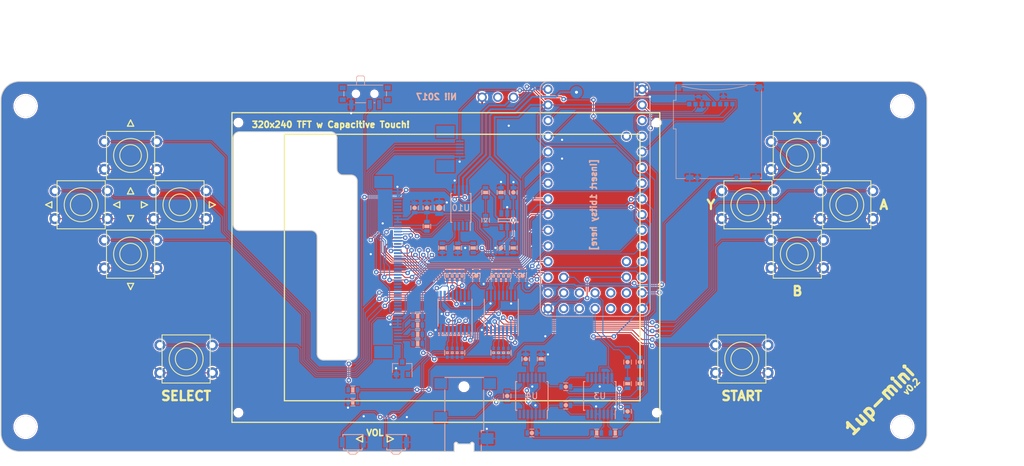
<source format=kicad_pcb>
(kicad_pcb (version 20221018) (generator pcbnew)
  (title_block (title "1Bitsy 1UP Retro Inspired Handheld Console") (rev "V0.1a") (company "1BitSquared") (comment 1 "(C) 2017 Piotr Esden-Tempski <piotr@esden.net>") (comment 2 "(C) 2017 1BitSquared LLC <info@1bitsquared.com>") (comment 3 "License: CC-BY-SA V4.0"))
  (layers (0 "F.Cu" signal) (31 "B.Cu" signal) (34 "B.Paste" user) (35 "F.Paste" user) (36 "B.SilkS" user "B.Silkscreen") (37 "F.SilkS" user "F.Silkscreen") (38 "B.Mask" user) (39 "F.Mask" user) (44 "Edge.Cuts" user))
  (net 0 "")
  (net 1 "GND")
  (net 2 "+3V3")
  (net 3 "+BATT")
  (net 4 "/AUDIO_R")
  (net 5 "Net-(C20-Pad2)")
  (net 6 "/AUDIO_L")
  (net 7 "Net-(C21-Pad2)")
  (net 8 "Net-(C23-Pad2)")
  (net 9 "Net-(C25-Pad1)")
  (net 10 "/SDIO_CD")
  (net 11 "/SDIO_D2")
  (net 12 "/SDIO_D3")
  (net 13 "/SDIO_CMD")
  (net 14 "/SDIO_CK")
  (net 15 "/SDIO_D0")
  (net 16 "/SDIO_D1")
  (net 17 "+5V")
  (net 18 "/AL_AMP")
  (net 19 "/AR_AMP")
  (net 20 "/VOL/TOUCH_SCL")
  (net 21 "/VOL/TOUCH_SDA")
  (net 22 "/LCD_TOUCH_IRQ")
  (net 23 "/LCD_RST")
  (net 24 "/USB_V+")
  (net 25 "/LCD_BACK_LIGHT")
  (net 26 "/LCD_BL")
  (net 27 "/V_BATT")
  (net 28 "Net-(R8-Pad1)")
  (net 29 "Net-(R9-Pad1)")
  (net 30 "Net-(R11-Pad1)")
  (net 31 "/BX")
  (net 32 "/BB")
  (net 33 "/BA")
  (net 34 "/BSELECT")
  (net 35 "/BY")
  (net 36 "/BUP")
  (net 37 "/BSTART")
  (net 38 "/BVol-")
  (net 39 "/BVol+")
  (net 40 "/BLEFT")
  (net 41 "/BDOWN")
  (net 42 "/BRIGHT")
  (net 43 "Net-(R16-Pad1)")
  (net 44 "Net-(R17-Pad1)")
  (net 45 "Net-(R18-Pad1)")
  (net 46 "/LED1A")
  (net 47 "/LED2A")
  (net 48 "/LED3A")
  (net 49 "/LED4A")
  (net 50 "Net-(R24-Pad1)")
  (net 51 "/~{CHG}")
  (net 52 "/LCD_CS")
  (net 53 "/AL_ATT")
  (net 54 "/AR_ATT")
  (net 55 "/BLATCH")
  (net 56 "/BCLK")
  (net 57 "/BDAT")
  (net 58 "Net-(U5-Pad10)")
  (net 59 "/LCD_D7")
  (net 60 "/LCD_D6")
  (net 61 "/LCD_D5")
  (net 62 "/LCD_D4")
  (net 63 "/LCD_D3")
  (net 64 "/LCD_D2")
  (net 65 "/LCD_D1")
  (net 66 "/LCD_D0")
  (net 67 "/LCD_RD")
  (net 68 "/LCD_WR")
  (net 69 "/LCD_C/D")
  (net 70 "/LCD_TE")
  (net 71 "Net-(C22-Pad2)")
  (net 72 "Net-(C31-Pad1)")
  (net 73 "Net-(C31-Pad2)")
  (net 74 "Net-(D2-PadA)")
  (net 75 "Net-(SW14-Pad2)")
  (net 76 "Net-(R12-Pad3)")
  (net 77 "Net-(R12-Pad1)")
  (net 78 "Net-(R15-Pad5)")
  (net 79 "Net-(R15-Pad7)")
  (footprint "Mounting_Holes:MountingHole_3-5mm" (layer "F.Cu") (at 73 40)
    (fp_text reference "REF**" hide)
    (fp_text value "MountingHole_3-5mm" hide)
  )
  (footprint "pkl_buttons_switches:Tact_Switch_Top_TH_7.8MM_Snap" (layer "F.Cu") (at 82 56)
    (fp_text reference "SW2")
    (fp_text value "LEFT")
  )
  (footprint "pkl_buttons_switches:Tact_Switch_Top_TH_7.8MM_Snap" (layer "F.Cu") (at 90 48)
    (fp_text reference "SW3")
    (fp_text value "UP")
  )
  (footprint "pkl_buttons_switches:Tact_Switch_Top_TH_7.8MM_Snap" (layer "F.Cu") (at 90 64)
    (fp_text reference "SW4")
    (fp_text value "DOWN")
  )
  (footprint "pkl_buttons_switches:Tact_Switch_Top_TH_7.8MM_Snap" (layer "F.Cu") (at 98 56)
    (fp_text reference "SW5")
    (fp_text value "RIGHT")
  )
  (footprint "pkl_buttons_switches:Tact_Switch_Top_TH_7.8MM_Snap" (layer "F.Cu") (at 99 81)
    (fp_text reference "SW6")
    (fp_text value "SELECT")
  )
  (footprint "pkl_buttons_switches:Tact_Switch_Top_TH_7.8MM_Snap" (layer "F.Cu") (at 189 81)
    (fp_text reference "SW7")
    (fp_text value "START")
  )
  (footprint "pkl_buttons_switches:Tact_Switch_Top_TH_7.8MM_Snap" (layer "F.Cu") (at 198 48)
    (fp_text reference "SW8")
    (fp_text value "X")
  )
  (footprint "pkl_buttons_switches:Tact_Switch_Top_TH_7.8MM_Snap" (layer "F.Cu") (at 190 56)
    (fp_text reference "SW9")
    (fp_text value "Y")
  )
  (footprint "pkl_buttons_switches:Tact_Switch_Top_TH_7.8MM_Snap" (layer "F.Cu") (at 198 64)
    (fp_text reference "SW10")
    (fp_text value "B")
  )
  (footprint "pkl_buttons_switches:Tact_Switch_Top_TH_7.8MM_Snap" (layer "F.Cu") (at 206 56)
    (fp_text reference "SW11")
    (fp_text value "A")
  )
  (footprint "Mounting_Holes:MountingHole_3-5mm" (layer "F.Cu") (at 73 92)
    (fp_text reference "REF**" hide)
    (fp_text value "MountingHole_3-5mm" hide)
  )
  (footprint "Mounting_Holes:MountingHole_3-5mm" (layer "F.Cu") (at 215 40)
    (fp_text reference "REF**" hide)
    (fp_text value "MountingHole_3-5mm" hide)
  )
  (footprint "Mounting_Holes:MountingHole_3-5mm" (layer "F.Cu") (at 215 92)
    (fp_text reference "REF**" hide)
    (fp_text value "MountingHole_3-5mm" hide)
  )
  (footprint "aa:ER-TFT028-4-mechanical" (layer "F.Cu") (at 143.7 66.2 -90)
    (fp_text reference "REF**" hide)
    (fp_text value "ER-TFT028-4-mechanical")
  )
  (footprint "Housings_SSOP:TSSOP-14_4.4x5mm_Pitch0.65mm" (layer "B.Cu") (at 166 87 90)
    (fp_text reference "U3")
    (fp_text value "MCP4661-103E/ST")
  )
  (footprint "pkl_dipol:C_0805" (layer "B.Cu") (at 140 56.5 -90)
    (fp_text reference "C28")
    (fp_text value "10u")
  )
  (footprint "pkl_misc:SCHA4B0419" (layer "B.Cu") (at 185.275 51.75)
    (fp_text reference "CON1")
    (fp_text value "pkl_Micro_SD")
  )
  (footprint "pkl_dipol:D_0603" (layer "B.Cu") (at 147.5 58.5 90)
    (fp_text reference "D2")
    (fp_text value "YEL")
  )
  (footprint "pkl_connectors:SJ2-35853B-SMT" (layer "B.Cu") (at 144 90 90)
    (fp_text reference "J3")
    (fp_text value "pkl_JACK_3C1S")
  )
  (footprint "TO_SOT_Packages_SMD:SOT-23" (layer "B.Cu") (at 134 82.5 90)
    (fp_text reference "Q1")
    (fp_text value "NMOS")
  )
  (footprint "pkl_dipol:R_0603" (layer "B.Cu") (at 136.5 78.5)
    (fp_text reference "R20")
    (fp_text value "10E")
  )
  (footprint "pkl_dipol:R_0603" (layer "B.Cu") (at 136.5 77)
    (fp_text reference "R21")
    (fp_text value "10E")
  )
  (footprint "pkl_dipol:R_0603" (layer "B.Cu") (at 136.5 75.5)
    (fp_text reference "R22")
    (fp_text value "10E")
  )
  (footprint "pkl_dipol:R_0603" (layer "B.Cu") (at 136.5 74)
    (fp_text reference "R23")
    (fp_text value "10E")
  )
  (footprint "pkl_buttons_switches:Tact_Switch_Side_B3U-3000P" (layer "B.Cu") (at 133 94.5 -90)
    (fp_text reference "SW12")
    (fp_text value "~")
  )
  (footprint "pkl_buttons_switches:Tact_Switch_Side_B3U-3000P" (layer "B.Cu") (at 126 94.5 -90)
    (fp_text reference "SW13")
    (fp_text value "~")
  )
  (footprint "pkl_buttons_switches:SW_SPDT_PCM12" (layer "B.Cu") (at 128 38)
    (fp_text reference "SW14")
    (fp_text value "pkl_SWITCH-SPDT")
  )
  (footprint "pkl_housings_sop:TSSOP-16_4.4x5mm_Pitch0.65mm" (layer "B.Cu") (at 142.5 73.5 90)
    (fp_text reference "U5")
    (fp_text value "74HC165")
  )
  (footprint "pkl_housings_sop:TSSOP-16_4.4x5mm_Pitch0.65mm" (layer "B.Cu") (at 150 73.5 90)
    (fp_text reference "U6")
    (fp_text value "74HC165")
  )
  (footprint "pkl_connectors:ER-CON50HT" (layer "B.Cu") (at 130.95 66.1 90)
    (fp_text reference "U8")
    (fp_text value "lcd_50pin_logic")
  )
  (footprint "pkl_connectors:ER-CON06HB" (layer "B.Cu") (at 141 46.95 90)
    (fp_text reference "U9")
    (fp_text value "lcd_cap_touch_buydisplay")
  )
  (footprint "pkl_dipol:C_0603" (layer "B.Cu") (at 170.5 89.5 90)
    (fp_text reference "C19")
    (fp_text value "100n")
  )
  (footprint "pkl_dipol:C_0603" (layer "B.Cu") (at 170.5 81.5 -90)
    (fp_text reference "C20")
    (fp_text value "1u")
  )
  (footprint "pkl_dipol:C_0603" (layer "B.Cu") (at 172.5 81.5 -90)
    (fp_text reference "C21")
    (fp_text value "1u")
  )
  (footprint "pkl_dipol:C_0603" (layer "B.Cu") (at 160.5 85.5 180)
    (fp_text reference "C22")
    (fp_text value "2u2")
  )
  (footprint "pkl_dipol:C_0603" (layer "B.Cu") (at 160.5 88.5 180)
    (fp_text reference "C23")
    (fp_text value "2u2")
  )
  (footprint "pkl_dipol:C_0603" (layer "B.Cu") (at 154 81 -90)
    (fp_text reference "C24")
    (fp_text value "1u")
  )
  (footprint "pkl_dipol:C_0603" (layer "B.Cu") (at 155 93)
    (fp_text reference "C25")
    (fp_text value "1u")
  )
  (footprint "pkl_dipol:C_0603" (layer "B.Cu") (at 153.5 67.5 -90)
    (fp_text reference "C26")
    (fp_text value "100n")
  )
  (footprint "pkl_dipol:C_0603" (layer "B.Cu") (at 146 67.5 -90)
    (fp_text reference "C27")
    (fp_text value "100n")
  )
  (footprint "pkl_dipol:C_0603" (layer "B.Cu") (at 136 56.5 -90)
    (fp_text reference "C29")
    (fp_text value "100n")
  )
  (footprint "pkl_dipol:C_0603" (layer "B.Cu") (at 138 56.5 -90)
    (fp_text reference "C30")
    (fp_text value "100n")
  )
  (footprint "pkl_dipol:R_0603" (layer "B.Cu") (at 126 86)
    (fp_text reference "R6")
    (fp_text value "4k7")
  )
  (footprint "pkl_dipol:R_0603" (layer "B.Cu") (at 126 88 180)
    (fp_text reference "R7")
    (fp_text value "10k")
  )
  (footprint "pkl_dipol:R_0603" (layer "B.Cu") (at 170.5 85 90)
    (fp_text reference "R8")
    (fp_text value "50E")
  )
  (footprint "pkl_dipol:R_0603" (layer "B.Cu") (at 172.5 85 90)
    (fp_text reference "R9")
    (fp_text value "50E")
  )
  (footprint "pkl_dipol:R_0603" (layer "B.Cu") (at 147.5 54 -90)
    (fp_text reference "R10")
    (fp_text value "10k")
  )
  (footprint "pkl_dipol:R_0603" (layer "B.Cu") (at 156.5 81 90)
    (fp_text reference "R11")
    (fp_text value "49k")
  )
  (footprint "pkl_dipol:R_Array_Concave_4x0603" (layer "B.Cu") (at 150 67.5 180)
    (fp_text reference "R12")
    (fp_text value "10k")
  )
  (footprint "pkl_dipol:R_Array_Concave_4x0603" (layer "B.Cu") (at 142.5 80)
    (fp_text reference "R13")
    (fp_text value "10k")
  )
  (footprint "pkl_dipol:R_Array_Concave_4x0603" (layer "B.Cu") (at 142.5 67.5 180)
    (fp_text reference "R14")
    (fp_text value "10k")
  )
  (footprint "pkl_dipol:R_Array_Concave_4x0603" (layer "B.Cu") (at 150 80)
    (fp_text reference "R15")
    (fp_text value "10k")
  )
  (footprint "pkl_dipol:R_0603" (layer "B.Cu") (at 152 63 -90)
    (fp_text reference "R16")
    (fp_text value "10k")
  )
  (footprint "pkl_dipol:R_0603" (layer "B.Cu") (at 150 54 90)
    (fp_text reference "R17")
    (fp_text value "2k7")
  )
  (footprint "pkl_dipol:R_0603" (layer "B.Cu") (at 143 63 -90)
    (fp_text reference "R18")
    (fp_text value "2k7")
  )
  (footprint "pkl_dipol:R_0603" (layer "B.Cu") (at 145.5 63 90)
    (fp_text reference "R19")
    (fp_text value "10k")
  )
  (footprint "pkl_dipol:R_0603" (layer "B.Cu") (at 140.5 63 -90)
    (fp_text reference "R24")
    (fp_text value "1k")
  )
  (footprint "pkl_dipol:R_0603" (layer "B.Cu") (at 165.5 93)
    (fp_text reference "R25")
    (fp_text value "10k")
  )
  (footprint "pkl_dipol:R_0603" (layer "B.Cu") (at 168.5 93 180)
    (fp_text reference "R26")
    (fp_text value "10k")
  )
  (footprint "pkl_dipol:R_0603" (layer "B.Cu") (at 138 59.5 -90)
    (fp_text reference "R30")
    (fp_text value "10k")
  )
  (footprint "pkl_dipol:C_0603" (layer "B.Cu") (at 151 87 -90)
    (fp_text reference "C31")
    (fp_text value "1u")
  )
  (footprint "pkl_dipol:C_0603" (layer "B.Cu") (at 152 54 -90)
    (fp_text reference "C32")
    (fp_text value "1u")
  )
  (footprint "pkl_dipol:C_0603" (layer "B.Cu") (at 150 63 90)
    (fp_text reference "C33")
    (fp_text value "1u")
  )
  (footprint "Housings_SSOP:TSSOP-8_4.4x3mm_Pitch0.65mm" (layer "B.Cu") (at 143.5 56.5 90)
    (fp_text reference "U10")
    (fp_text value "TPS2111A")
  )
  (footprint "Housings_SSOP:TSSOP-14_4.4x5mm_Pitch0.65mm" (layer "B.Cu") (at 155 87 90)
    (fp_text reference "U4")
    (fp_text value "TPA6139A2-PW")
  )
  (footprint "pkl_housings_sot:SOT-23-6" (layer "B.Cu") (at 151 58.5 -90)
    (fp_text reference "U7")
    (fp_text value "BQ21040")
  )
  (footprint "pkl_pads:PAD_MILL-MAX_0906" (layer "B.Cu") (at 162.22 37.75)
    (fp_text reference "P1" hide)
    (fp_text value "PogoPin" hide)
  )
  (footprint "1bitsy:1bitsy-sl-1xx-xx-19" (layer "B.Cu") (at 172.87 37.27 180)
    (fp_text reference "U2")
    (fp_text value "1bitsy-complete-concise")
  )
  (footprint "pkl_pin_headers:Pin_Header_Straight_Round_1x01" (layer "B.Cu") (at 152.02 38.56 180)
    (fp_text reference "P2" hide)
    (fp_text value "CONN_01X01" hide)
  )
  (footprint "pkl_pin_headers:Pin_Header_Straight_Round_1x01" (layer "B.Cu") (at 149.48 38.56 180)
    (fp_text reference "P3" hide)
    (fp_text value "CONN_01X01" hide)
  )
  (footprint "pkl_pin_headers:Pin_Header_Straight_Round_1x01" (layer "B.Cu") (at 146.94 38.56 180)
    (fp_text reference "P4" hide)
    (fp_text value "CONN_01X01" hide)
  )
  (gr_line (start 90.5 43.25) (end 89.5 43.25) (stroke (width 0.2)) (layer "F.SilkS"))
  (gr_line (start 90 42.25) (end 90.5 43.25) (stroke (width 0.2)) (layer "F.SilkS"))
  (gr_line (start 89.5 43.25) (end 90 42.25) (stroke (width 0.2)) (layer "F.SilkS"))
  (gr_line (start 90 69.75) (end 90.5 68.75) (stroke (width 0.2)) (layer "F.SilkS"))
  (gr_line (start 89.5 68.75) (end 90 69.75) (stroke (width 0.2)) (layer "F.SilkS"))
  (gr_line (start 90.5 68.75) (end 89.5 68.75) (stroke (width 0.2)) (layer "F.SilkS"))
  (gr_line (start 102.75 56.5) (end 103.75 56) (stroke (width 0.2)) (layer "F.SilkS"))
  (gr_line (start 102.75 55.5) (end 102.75 56.5) (stroke (width 0.2)) (layer "F.SilkS"))
  (gr_line (start 103.75 56) (end 102.75 55.5) (stroke (width 0.2)) (layer "F.SilkS"))
  (gr_line (start 77.25 56.5) (end 76.25 56) (stroke (width 0.2)) (layer "F.SilkS"))
  (gr_line (start 77.25 55.5) (end 77.25 56.5) (stroke (width 0.2)) (layer "F.SilkS"))
  (gr_line (start 76.25 56) (end 77.25 55.5) (stroke (width 0.2)) (layer "F.SilkS"))
  (gr_line (start 132.58 93.97) (end 131.58 93.47) (stroke (width 0.2)) (layer "F.SilkS"))
  (gr_line (start 89.5 57.75) (end 90 58.75) (stroke (width 0.2)) (layer "F.SilkS"))
  (gr_line (start 127.58 94.47) (end 127.58 93.47) (stroke (width 0.2)) (layer "F.SilkS"))
  (gr_line (start 114.92 44.57) (end 172.52 44.57) (stroke (width 0.2)) (layer "F.SilkS"))
  (gr_line (start 126.58 93.97) (end 127.58 94.47) (stroke (width 0.2)) (layer "F.SilkS"))
  (gr_line (start 114.92 87.77) (end 114.92 44.57) (stroke (width 0.2)) (layer "F.SilkS"))
  (gr_line (start 89.5 54.25) (end 90 53.25) (stroke (width 0.2)) (layer "F.SilkS"))
  (gr_line (start 92.75 56) (end 91.75 55.5) (stroke (width 0.2)) (layer "F.SilkS"))
  (gr_line (start 127.58 93.47) (end 126.58 93.97) (stroke (width 0.2)) (layer "F.SilkS"))
  (gr_line (start 90 53.25) (end 90.5 54.25) (stroke (width 0.2)) (layer "F.SilkS"))
  (gr_line (start 91.75 55.5) (end 91.75 56.5) (stroke (width 0.2)) (layer "F.SilkS"))
  (gr_line (start 90 58.75) (end 90.5 57.75) (stroke (width 0.2)) (layer "F.SilkS"))
  (gr_line (start 88.25 55.5) (end 88.25 56.5) (stroke (width 0.2)) (layer "F.SilkS"))
  (gr_line (start 131.58 94.47) (end 132.58 93.97) (stroke (width 0.2)) (layer "F.SilkS"))
  (gr_line (start 88.25 56.5) (end 87.25 56) (stroke (width 0.2)) (layer "F.SilkS"))
  (gr_line (start 91.75 56.5) (end 92.75 56) (stroke (width 0.2)) (layer "F.SilkS"))
  (gr_line (start 131.58 93.47) (end 131.58 94.47) (stroke (width 0.2)) (layer "F.SilkS"))
  (gr_line (start 106.42 41.07) (end 175.72 41.07) (stroke (width 0.2)) (layer "F.SilkS"))
  (gr_line (start 87.25 56) (end 88.25 55.5) (stroke (width 0.2)) (layer "F.SilkS"))
  (gr_line (start 175.72 41.07) (end 175.72 91.27) (stroke (width 0.2)) (layer "F.SilkS"))
  (gr_line (start 172.52 87.77) (end 114.92 87.77) (stroke (width 0.2)) (layer "F.SilkS"))
  (gr_line (start 175.72 91.27) (end 106.42 91.27) (stroke (width 0.2)) (layer "F.SilkS"))
  (gr_line (start 90.5 54.25) (end 89.5 54.25) (stroke (width 0.2)) (layer "F.SilkS"))
  (gr_line (start 90.5 57.75) (end 89.5 57.75) (stroke (width 0.2)) (layer "F.SilkS"))
  (gr_line (start 106.42 91.27) (end 106.42 41.07) (stroke (width 0.2)) (layer "F.SilkS"))
  (gr_line (start 172.52 44.57) (end 172.52 87.77) (stroke (width 0.2)) (layer "F.SilkS"))
  (gr_arc (start 69 39) (mid 69.87868 36.87868) (end 72 36) (stroke (width 0.15)) (layer "Edge.Cuts"))
  (gr_arc (start 72 96) (mid 69.87868 95.12132) (end 69 93) (stroke (width 0.15)) (layer "Edge.Cuts"))
  (gr_arc (start 219 93) (mid 218.12132 95.12132) (end 216 96) (stroke (width 0.15)) (layer "Edge.Cuts"))
  (gr_line (start 107.62 44.17) (end 122.42 44.17) (stroke (width 0.15)) (layer "Edge.Cuts"))
  (gr_line (start 219 39) (end 219 93) (stroke (width 0.15)) (layer "Edge.Cuts"))
  (gr_line (start 126.72 52.17) (end 126.72 80.17) (stroke (width 0.15)) (layer "Edge.Cuts"))
  (gr_arc (start 124.42 51.17) (mid 123.712893 50.877107) (end 123.42 50.17) (stroke (width 0.15)) (layer "Edge.Cuts"))
  (gr_line (start 119.22 60.17) (end 107.62 60.17) (stroke (width 0.15)) (layer "Edge.Cuts"))
  (gr_arc (start 107.62 60.17) (mid 106.912893 59.877107) (end 106.62 59.17) (stroke (width 0.15)) (layer "Edge.Cuts"))
  (gr_line (start 106.62 59.17) (end 106.62 45.17) (stroke (width 0.15)) (layer "Edge.Cuts"))
  (gr_arc (start 121.22 81.17) (mid 120.512893 80.877107) (end 120.22 80.17) (stroke (width 0.15)) (layer "Edge.Cuts"))
  (gr_line (start 145.62 94.795) (end 145.62 95.995) (stroke (width 0.15)) (layer "Edge.Cuts"))
  (gr_line (start 120.22 80.17) (end 120.22 61.17) (stroke (width 0.15)) (layer "Edge.Cuts"))
  (gr_line (start 125.72 81.17) (end 121.22 81.17) (stroke (width 0.15)) (layer "Edge.Cuts"))
  (gr_arc (start 125.72 51.17) (mid 126.427107 51.462893) (end 126.72 52.17) (stroke (width 0.15)) (layer "Edge.Cuts"))
  (gr_line (start 69 93) (end 69 39) (stroke (width 0.15)) (layer "Edge.Cuts"))
  (gr_line (start 124.42 51.17) (end 125.72 51.17) (stroke (width 0.15)) (layer "Edge.Cuts"))
  (gr_line (start 142.42 96) (end 72 96) (stroke (width 0.15)) (layer "Edge.Cuts"))
  (gr_arc (start 119.22 60.17) (mid 119.927107 60.462893) (end 120.22 61.17) (stroke (width 0.15)) (layer "Edge.Cuts"))
  (gr_arc (start 142.42 94.795) (mid 142.72 94.495) (end 143.02 94.795) (stroke (width 0.15)) (layer "Edge.Cuts"))
  (gr_arc (start 216 36) (mid 218.12132 36.87868) (end 219 39) (stroke (width 0.15)) (layer "Edge.Cuts"))
  (gr_line (start 143.02 94.795) (end 145.02 94.795) (stroke (width 0.15)) (layer "Edge.Cuts"))
  (gr_arc (start 122.42 44.17) (mid 123.127107 44.462893) (end 123.42 45.17) (stroke (width 0.15)) (layer "Edge.Cuts"))
  (gr_line (start 123.42 45.17) (end 123.42 50.17) (stroke (width 0.15)) (layer "Edge.Cuts"))
  (gr_line (start 142.42 95.995) (end 142.42 94.795) (stroke (width 0.15)) (layer "Edge.Cuts"))
  (gr_line (start 72 36) (end 216 36) (stroke (width 0.15)) (layer "Edge.Cuts"))
  (gr_arc (start 126.72 80.17) (mid 126.427107 80.877107) (end 125.72 81.17) (stroke (width 0.15)) (layer "Edge.Cuts"))
  (gr_line (start 216 96) (end 145.62 96) (stroke (width 0.15)) (layer "Edge.Cuts"))
  (gr_arc (start 145.02 94.795) (mid 145.32 94.495) (end 145.62 94.795) (stroke (width 0.15)) (layer "Edge.Cuts"))
  (gr_arc (start 106.62 45.17) (mid 106.912893 44.462893) (end 107.62 44.17) (stroke (width 0.15)) (layer "Edge.Cuts"))
  (gr_text "[Insert 1bitsy here]" (at 165 56 90) (layer "B.SilkS") (effects (font (size 1 1) (thickness 0.25)) (justify mirror)))
  (gr_text "Ni! 2017" (at 143 38.5) (layer "B.SilkS") (effects (font (size 1 1) (thickness 0.25)) (justify left mirror)))
  (gr_text "X" (at 198 42) (layer "F.SilkS") (effects (font (size 1.5 1.5) (thickness 0.375))))
  (gr_text "VOL" (at 129.58 92.97) (layer "F.SilkS") (effects (font (size 1 1) (thickness 0.25))))
  (gr_text "320x240 TFT w Capacitive Touch!" (at 109.5 43) (layer "F.SilkS") (effects (font (size 1 1) (thickness 0.25)) (justify left)))
  (gr_text "Y" (at 184 56) (layer "F.SilkS") (effects (font (size 1.5 1.5) (thickness 0.375))))
  (gr_text "A" (at 212 56) (layer "F.SilkS") (effects (font (size 1.5 1.5) (thickness 0.375))))
  (gr_text "B" (at 198 70) (layer "F.SilkS") (effects (font (size 1.5 1.5) (thickness 0.375))))
  (gr_text "START" (at 189 87) (layer "F.SilkS") (effects (font (size 1.5 1.5) (thickness 0.375))))
  (gr_text "SELECT" (at 99 87) (layer "F.SilkS") (effects (font (size 1.5 1.5) (thickness 0.375))))
  (gr_text "1up-mini" (at 206 93 45) (layer "F.SilkS") (effects (font (size 2 2) (thickness 0.5)) (justify left)))
  (gr_text "v0.2" (at 216.5 85.5 45) (layer "F.SilkS") (effects (font (size 1 1) (thickness 0.25))))
  (segment (start 146.94 47.624) (end 146.8755 47.6885) (width 0.3) (layer "F.Cu") (net 1))
  (segment (start 151.511 52.324) (end 152.019 52.324) (width 0.3) (layer "F.Cu") (net 1))
  (segment (start 151.511 55.88) (end 151.003 56.388) (width 0.3) (layer "F.Cu") (net 1))
  (segment (start 151.003 61.087) (end 149.098 62.992) (width 0.3) (layer "F.Cu") (net 1))
  (segment (start 141.986 56.388) (end 141.224 55.626) (width 0.3) (layer "F.Cu") (net 1))
  (segment (start 155.575 88.519) (end 155.067 88.011) (width 0.155) (layer "F.Cu") (net 1))
  (segment (start 155.067 88.011) (end 155.067 85.471) (width 0.155) (layer "F.Cu") (net 1))
  (segment (start 146.94 38.609) (end 149.352 41.021) (width 0.3) (layer "F.Cu") (net 1))
  (segment (start 197.993 50.25) (end 193.75 50.25) (width 0.155) (layer "F.Cu") (net 1))
  (segment (start 197.993 58.25) (end 194.25 58.25) (width 0.155) (layer "F.Cu") (net 1))
  (segment (start 197.993 66.25) (end 193.75 66.25) (width 0.155) (layer "F.Cu") (net 1))
  (segment (start 90.043 50.25) (end 94.25 50.25) (width 0.155) (layer "F.Cu") (net 1))
  (segment (start 90.043 58.25) (end 90.043 58.293) (width 0.155) (layer "F.Cu") (net 1))
  (segment (start 90.043 58.293) (end 90.043 58.25) (width 0.155) (layer "F.Cu") (net 1))
  (segment (start 90.043 58.25) (end 93.75 58.25) (width 0.155) (layer "F.Cu") (net 1))
  (segment (start 158.877 41.021) (end 158.877 41.148) (width 0.3) (layer "F.Cu") (net 1))
  (segment (start 158.877 41.148) (end 158.877 41.021) (width 0.3) (layer "F.Cu") (net 1))
  (segment (start 132.1 75.4) (end 128.905 72.205) (width 0.155) (layer "F.Cu") (net 1))
  (segment (start 93.850001 82.350001) (end 94.75 83.25) (width 0.155) (layer "F.Cu") (net 1))
  (segment (start 197.993 58.25) (end 197.993 66.25) (width 0.155) (layer "F.Cu") (net 1))
  (segment (start 144.907501 62.292499) (end 144.2 63) (width 0.155) (layer "F.Cu") (net 1))
  (segment (start 128.403001 89.655999) (end 127.762 90.297) (width 0.155) (layer "F.Cu") (net 1))
  (segment (start 156.796874 72.009) (end 157.616916 72.829042) (width 0.155) (layer "F.Cu") (net 1))
  (segment (start 128.297499 63.400499) (end 128.297499 61.430399) (width 0.155) (layer "F.Cu") (net 1))
  (segment (start 161.29 41.021) (end 165.041 37.27) (width 0.3) (layer "F.Cu") (net 1))
  (segment (start 147.76967 72) (end 147.193 72) (width 0.155) (layer "F.Cu") (net 1))
  (segment (start 165.989 85.471) (end 165.989 88.111) (width 0.155) (layer "F.Cu") (net 1))
  (segment (start 147.701 92.329) (end 151.511 88.519) (width 0.155) (layer "F.Cu") (net 1))
  (segment (start 125.73 41.148) (end 103.352 41.148) (width 0.155) (layer "F.Cu") (net 1))
  (segment (start 149.098 62.992) (end 148.398499 62.292499) (width 0.155) (layer "F.Cu") (net 1))
  (segment (start 146.94 38.56) (end 146.94 38.609) (width 0.3) (layer "F.Cu") (net 1))
  (segment (start 77.75 58.25) (end 86.25 58.25) (width 0.155) (layer "F.Cu") (net 1))
  (segment (start 158.877 48.514) (end 159.893 48.514) (width 0.3) (layer "F.Cu") (net 1))
  (segment (start 151.257 41.021) (end 151.257 43.18) (width 0.3) (layer "F.Cu") (net 1))
  (segment (start 133.978999 89.655999) (end 134.747 90.424) (width 0.155) (layer "F.Cu") (net 1))
  (segment (start 157.55507 77.690509) (end 157.180071 77.31551) (width 0.155) (layer "F.Cu") (net 1))
  (segment (start 146.94 38.56) (end 146.94 47.624) (width 0.3) (layer "F.Cu") (net 1))
  (segment (start 165.989 88.111) (end 167.881446 88.111) (width 0.155) (layer "F.Cu") (net 1))
  (segment (start 157.607 80.264) (end 157.607 82.931) (width 0.155) (layer "F.Cu") (net 1))
  (segment (start 151.511 52.324) (end 151.511 55.88) (width 0.3) (layer "F.Cu") (net 1))
  (segment (start 86.25 58.25) (end 90.043 58.25) (width 0.155) (layer "F.Cu") (net 1))
  (segment (start 147.193 68.834) (end 147.193 72) (width 0.155) (layer "F.Cu") (net 1))
  (segment (start 143.3 49) (end 144.4 50.1) (width 0.155) (layer "F.Cu") (net 1))
  (segment (start 93.75 58.25) (end 102.25 58.25) (width 0.155) (layer "F.Cu") (net 1))
  (segment (start 150.7 51.6) (end 150.7 51.513) (width 0.155) (layer "F.Cu") (net 1))
  (segment (start 151.638 72.009) (end 154.559 72.009) (width 0.155) (layer "F.Cu") (net 1))
  (segment (start 167.881446 88.111) (end 168.124799 88.354353) (width 0.155) (layer "F.Cu") (net 1))
  (segment (start 144.4 50.164) (end 142.494 52.07) (width 0.3) (layer "F.Cu") (net 1))
  (segment (start 94.25 66.25) (end 90.1 66.25) (width 0.155) (layer "F.Cu") (net 1))
  (segment (start 202.25 66.25) (end 197.993 66.25) (width 0.155) (layer "F.Cu") (net 1))
  (segment (start 151.629 72) (end 151.638 72.009) (width 0.155) (layer "F.Cu") (net 1))
  (segment (start 146.812 72) (end 144.1 72) (width 0.155) (layer "F.Cu") (net 1))
  (segment (start 172.906 37.27) (end 172.856916 37.27) (width 0.155) (layer "F.Cu") (net 1))
  (segment (start 158.877 45.466) (end 159.893 45.466) (width 0.3) (layer "F.Cu") (net 1))
  (segment (start 90.043 66.193) (end 90.1 66.25) (width 0.155) (layer "F.Cu") (net 1))
  (segment (start 146.9 76.3) (end 139.4 76.3) (width 0.155) (layer "F.Cu") (net 1))
  (segment (start 133 76.3) (end 132.1 75.4) (width 0.155) (layer "F.Cu") (net 1))
  (segment (start 151.511 88.519) (end 155.575 88.519) (width 0.155) (layer "F.Cu") (net 1))
  (segment (start 154.559 69.088) (end 154.559 69.61833) (width 0.155) (layer "F.Cu") (net 1))
  (segment (start 146.8755 47.6885) (end 150.7 51.513) (width 0.3) (layer "F.Cu") (net 1))
  (segment (start 133.978999 83.478999) (end 133.374999 82.874999) (width 0.155) (layer "F.Cu") (net 1))
  (segment (start 90.1 66.25) (end 85.75 66.25) (width 0.155) (layer "F.Cu") (net 1))
  (segment (start 125.222 89.662) (end 125.222 88.9) (width 0.155) (layer "F.Cu") (net 1))
  (segment (start 157.607 82.931) (end 155.067 85.471) (width 0.155) (layer "F.Cu") (net 1))
  (segment (start 128.905 64.008) (end 128.297499 63.400499) (width 0.155) (layer "F.Cu") (net 1))
  (segment (start 151.003 56.388) (end 141.986 56.388) (width 0.3) (layer "F.Cu") (net 1))
  (segment (start 202.25 50.25) (end 197.993 50.25) (width 0.155) (layer "F.Cu") (net 1))
  (segment (start 90.043 58.25) (end 90.043 66.193) (width 0.155) (layer "F.Cu") (net 1))
  (segment (start 103.25 83.25) (end 94.75 83.25) (width 0.155) (layer "F.Cu") (net 1))
  (segment (start 158.877 41.021) (end 161.29 41.021) (width 0.3) (layer "F.Cu") (net 1))
  (segment (start 144.1 72) (end 143.392499 72.707501) (width 0.155) (layer "F.Cu") (net 1))
  (segment (start 158.877 45.466) (end 158.877 41.021) (width 0.3) (layer "F.Cu") (net 1))
  (segment (start 125.857 90.297) (end 125.222 89.662) (width 0.155) (layer "F.Cu") (net 1))
  (segment (start 149.352 41.021) (end 151.257 41.021) (width 0.3) (layer "F.Cu") (net 1))
  (segment (start 133 82.5) (end 132.1 81.6) (width 0.155) (layer "F.Cu") (net 1))
  (segment (start 103.352 41.148) (end 94.25 50.25) (width 0.155) (layer "F.Cu") (net 1))
  (segment (start 157.616916 72.829042) (end 158.877 71.568958) (width 0.3) (layer "F.Cu") (net 1))
  (segment (start 94.25 66.25) (end 93.2 67.3) (width 0.155) (layer "F.Cu") (net 1))
  (segment (start 146.8755 47.6885) (end 144.4 50.164) (width 0.3) (layer "F.Cu") (net 1))
  (segment (start 128.905 72.205) (end 128.905 72.204102) (width 0.155) (layer "F.Cu") (net 1))
  (segment (start 150.7 51.513) (end 151.511 52.324) (width 0.3) (layer "F.Cu") (net 1))
  (segment (start 157.607 77.742439) (end 157.55507 77.690509) (width 0.155) (layer "F.Cu") (net 1))
  (segment (start 210.25 58.25) (end 201.75 58.25) (width 0.155) (layer "F.Cu") (net 1))
  (segment (start 133.374999 82.874999) (end 133 82.5) (width 0.155) (layer "F.Cu") (net 1))
  (segment (start 174.117 38.481) (end 172.906 37.27) (width 0.155) (layer "F.Cu") (net 1))
  (segment (start 184.75 83.25) (end 193.25 83.25) (width 0.155) (layer "F.Cu") (net 1))
  (segment (start 128.905 72.204102) (end 128.905 64.008) (width 0.155) (layer "F.Cu") (net 1))
  (segment (start 133.978999 83.478999) (end 133.978999 89.655999) (width 0.155) (layer "F.Cu") (net 1))
  (segment (start 148.3 72) (end 151.629 72) (width 0.155) (layer "F.Cu") (net 1))
  (segment (start 141.387496 72.707501) (end 140.394997 73.7) (width 0.155) (layer "F.Cu") (net 1))
  (segment (start 195 81.5) (end 194.149999 82.350001) (width 0.155) (layer "F.Cu") (net 1))
  (segment (start 148.398499 62.292499) (end 144.907501 62.292499) (width 0.155) (layer "F.Cu") (net 1))
  (segment (start 157.607 80.264) (end 160.782 80.264) (width 0.155) (layer "F.Cu") (net 1))
  (segment (start 151.257 41.021) (end 158.877 41.021) (width 0.3) (layer "F.Cu") (net 1))
  (segment (start 132.1 81.6) (end 132.1 75.4) (width 0.155) (layer "F.Cu") (net 1))
  (segment (start 160.782 80.264) (end 165.989 85.471) (width 0.155) (layer "F.Cu") (net 1))
  (segment (start 127.762 90.297) (end 125.857 90.297) (width 0.155) (layer "F.Cu") (net 1))
  (segment (start 158.877 48.514) (end 158.877 45.466) (width 0.3) (layer "F.Cu") (net 1))
  (segment (start 139.4 76.3) (end 133 76.3) (width 0.155) (layer "F.Cu") (net 1))
  (segment (start 158.877 71.568958) (end 158.877 48.514) (width 0.3) (layer "F.Cu") (net 1))
  (segment (start 154.686 72.009) (end 156.796874 72.009) (width 0.155) (layer "F.Cu") (net 1))
  (segment (start 93.2 81.7) (end 93.850001 82.350001) (width 0.155) (layer "F.Cu") (net 1))
  (segment (start 197.993 50.25) (end 197.993 58.25) (width 0.155) (layer "F.Cu") (net 1))
  (segment (start 194.25 58.25) (end 185.75 58.25) (width 0.155) (layer "F.Cu") (net 1))
  (segment (start 195 67.5) (end 195 81.5) (width 0.155) (layer "F.Cu") (net 1))
  (segment (start 90.043 50.25) (end 90.043 58.25) (width 0.155) (layer "F.Cu") (net 1))
  (segment (start 128.297499 61.430399) (end 130.710397 59.017501) (width 0.155) (layer "F.Cu") (net 1))
  (segment (start 147.193 72) (end 146.812 72) (width 0.155) (layer "F.Cu") (net 1))
  (segment (start 130.710397 59.017501) (end 130.837499 59.017501) (width 0.155) (layer "F.Cu") (net 1))
  (segment (start 165.041 37.27) (end 172.856916 37.27) (width 0.3) (layer "F.Cu") (net 1))
  (segment (start 154.559 69.61833) (end 154.559 72.009) (width 0.155) (layer "F.Cu") (net 1))
  (segment (start 125.73 45.593) (end 125.73 41.148) (width 0.155) (layer "F.Cu") (net 1))
  (segment (start 154.559 72.009) (end 154.686 72.009) (width 0.155) (layer "F.Cu") (net 1))
  (segment (start 168.124799 88.354353) (end 168.499798 88.729352) (width 0.155) (layer "F.Cu") (net 1))
  (segment (start 133.978999 89.655999) (end 128.403001 89.655999) (width 0.155) (layer "F.Cu") (net 1))
  (segment (start 151.003 56.388) (end 151.003 61.087) (width 0.3) (layer "F.Cu") (net 1))
  (segment (start 201.75 58.25) (end 197.993 58.25) (width 0.155) (layer "F.Cu") (net 1))
  (segment (start 148.3 72) (end 147.76967 72) (width 0.155) (layer "F.Cu") (net 1))
  (segment (start 194.149999 82.350001) (end 193.25 83.25) (width 0.155) (layer "F.Cu") (net 1))
  (segment (start 165.989 88.111) (end 165.4 88.7) (width 0.155) (layer "F.Cu") (net 1))
  (segment (start 150 52.3) (end 150.7 51.6) (width 0.155) (layer "F.Cu") (net 1))
  (segment (start 157.607 80.264) (end 157.607 77.742439) (width 0.155) (layer "F.Cu") (net 1))
  (segment (start 144.4 50.1) (end 144.4 50.164) (width 0.155) (layer "F.Cu") (net 1))
  (segment (start 133.223 53.086) (end 125.73 45.593) (width 0.155) (layer "F.Cu") (net 1))
  (segment (start 85.75 50.25) (end 90.043 50.25) (width 0.155) (layer "F.Cu") (net 1))
  (segment (start 193.75 66.25) (end 195 67.5) (width 0.155) (layer "F.Cu") (net 1))
  (segment (start 93.2 67.3) (end 93.2 81.7) (width 0.155) (layer "F.Cu") (net 1))
  (segment (start 143.392499 72.707501) (end 141.387496 72.707501) (width 0.155) (layer "F.Cu") (net 1))
  (via (at 140.394997 73.7) (size 0.75) (drill 0.35) (layers "F.Cu" "B.Cu") (net 1))
  (via (at 143.3 49) (size 0.75) (drill 0.35) (layers "F.Cu" "B.Cu") (net 1))
  (via (at 144.2 63) (size 0.75) (drill 0.35) (layers "F.Cu" "B.Cu") (net 1))
  (via (at 149.098 62.992) (size 0.75) (drill 0.35) (layers "F.Cu" "B.Cu") (net 1))
  (via (at 148.3 72) (size 0.75) (drill 0.35) (layers "F.Cu" "B.Cu") (net 1))
  (via (at 142.494 52.07) (size 0.75) (drill 0.35) (layers "F.Cu" "B.Cu") (net 1))
  (via (at 159.893 48.514) (size 0.75) (drill 0.35) (layers "F.Cu" "B.Cu") (net 1))
  (via (at 133.223 53.086) (size 0.75) (drill 0.35) (layers "F.Cu" "B.Cu") (net 1))
  (via (at 144.1 72) (size 0.75) (drill 0.35) (layers "F.Cu" "B.Cu") (net 1))
  (via (at 128.905 64.008) (size 0.75) (drill 0.35) (layers "F.Cu" "B.Cu") (net 1))
  (via (at 165.989 85.471) (size 0.75) (drill 0.35) (layers "F.Cu" "B.Cu") (net 1))
  (via (at 127.762 90.297) (size 0.75) (drill 0.35) (layers "F.Cu" "B.Cu") (net 1))
  (via (at 152.019 52.324) (size 0.75) (drill 0.35) (layers "F.Cu" "B.Cu") (net 1))
  (via (at 147.193 68.834) (size 0.75) (drill 0.35) (layers "F.Cu" "B.Cu") (net 1))
  (via (at 150 52.3) (size 0.75) (drill 0.35) (layers "F.Cu" "B.Cu") (net 1))
  (via (at 155.575 88.519) (size 0.75) (drill 0.35) (layers "F.Cu" "B.Cu") (net 1))
  (via (at 168.499798 88.729352) (size 0.75) (drill 0.35) (layers "F.Cu" "B.Cu") (net 1))
  (via (at 125.73 41.148) (size 0.75) (drill 0.35) (layers "F.Cu" "B.Cu") (net 1))
  (via (at 147.701 92.329) (size 0.75) (drill 0.35) (layers "F.Cu" "B.Cu") (net 1))
  (via (at 155.067 85.471) (size 0.75) (drill 0.35) (layers "F.Cu" "B.Cu") (net 1))
  (via (at 157.180071 77.31551) (size 0.75) (drill 0.35) (layers "F.Cu" "B.Cu") (net 1))
  (via (at 125.222 88.9) (size 0.75) (drill 0.35) (layers "F.Cu" "B.Cu") (net 1))
  (via (at 159.893 45.466) (size 0.75) (drill 0.35) (layers "F.Cu" "B.Cu") (net 1))
  (via (at 154.559 69.088) (size 0.75) (drill 0.35) (layers "F.Cu" "B.Cu") (net 1))
  (via (at 157.607 80.264) (size 0.75) (drill 0.35) (layers "F.Cu" "B.Cu") (net 1))
  (via (at 133 82.5) (size 0.75) (drill 0.35) (layers "F.Cu" "B.Cu") (net 1))
  (via (at 151.638 72.009) (size 0.75) (drill 0.35) (layers "F.Cu" "B.Cu") (net 1))
  (via (at 146.9 76.3) (size 0.75) (drill 0.35) (layers "F.Cu" "B.Cu") (net 1))
  (via (at 174.117 38.481) (size 0.75) (drill 0.35) (layers "F.Cu" "B.Cu") (net 1))
  (via (at 130.837499 59.017501) (size 0.75) (drill 0.35) (layers "F.Cu" "B.Cu") (net 1))
  (via (at 165.4 88.7) (size 0.75) (drill 0.35) (layers "F.Cu" "B.Cu") (net 1))
  (via (at 151.257 43.18) (size 0.75) (drill 0.35) (layers "F.Cu" "B.Cu") (net 1))
  (via (at 139.4 76.3) (size 0.75) (drill 0.35) (layers "F.Cu" "B.Cu") (net 1))
  (via (at 141.224 55.626) (size 0.75) (drill 0.35) (layers "F.Cu" "B.Cu") (net 1))
  (via (at 151.003 56.388) (size 0.75) (drill 0.35) (layers "F.Cu" "B.Cu") (net 1))
  (via (at 134.747 90.424) (size 0.75) (drill 0.35) (layers "F.Cu" "B.Cu") (net 1))
  (via (at 132.1 75.4) (size 0.75) (drill 0.35) (layers "F.Cu" "B.Cu") (net 1))
  (segment (start 139.8 55.75) (end 140 55.55) (width 0.3) (layer "B.Cu") (net 1))
  (segment (start 134.6 54.35) (end 136 55.75) (width 0.3) (layer "B.Cu") (net 1))
  (segment (start 142.494 52.07) (end 142.525 52.101) (width 0.3) (layer "B.Cu") (net 1))
  (segment (start 142.525 52.101) (end 142.525 53.55) (width 0.3) (layer "B.Cu") (net 1))
  (segment (start 152.019 52.324) (end 152 52.343) (width 0.3) (layer "B.Cu") (net 1))
  (segment (start 152 52.343) (end 152 53.25) (width 0.3) (layer "B.Cu") (net 1))
  (segment (start 151.003 56.388) (end 151 56.391) (width 0.3) (layer "B.Cu") (net 1))
  (segment (start 151 56.391) (end 151 57.4) (width 0.3) (layer "B.Cu") (net 1))
  (segment (start 149.098 62.992) (end 149.856 63.75) (width 0.3) (layer "B.Cu") (net 1))
  (segment (start 149.856 63.75) (end 150 63.75) (width 0.3) (layer "B.Cu") (net 1))
  (segment (start 141.224 55.626) (end 141.148 55.55) (width 0.3) (layer "B.Cu") (net 1))
  (segment (start 141.148 55.55) (end 140 55.55) (width 0.3) (layer "B.Cu") (net 1))
  (segment (start 155.65 92.9) (end 155.75 93) (width 0.155) (layer "B.Cu") (net 1))
  (segment (start 170.2 89.95) (end 170.5 90.25) (width 0.155) (layer "B.Cu") (net 1))
  (segment (start 155.65 88.594) (end 155.575 88.519) (width 0.155) (layer "B.Cu") (net 1))
  (segment (start 155.067 85.471) (end 155 85.404) (width 0.155) (layer "B.Cu") (net 1))
  (segment (start 155 85.404) (end 155 84.05) (width 0.155) (layer "B.Cu") (net 1))
  (segment (start 155 80.25) (end 155.014 80.264) (width 0.155) (layer "B.Cu") (net 1))
  (segment (start 155.014 80.264) (end 155.067 80.264) (width 0.155) (layer "B.Cu") (net 1))
  (segment (start 155.067 80.264) (end 155.067 80.25) (width 0.155) (layer "B.Cu") (net 1))
  (segment (start 155.067 80.25) (end 154 80.25) (width 0.155) (layer "B.Cu") (net 1))
  (segment (start 166.65 85.191) (end 166.37 85.471) (width 0.155) (layer "B.Cu") (net 1))
  (segment (start 166.37 85.471) (end 165.989 85.471) (width 0.155) (layer "B.Cu") (net 1))
  (segment (start 165.608 85.471) (end 165.35 85.213) (width 0.155) (layer "B.Cu") (net 1))
  (segment (start 165.35 85.213) (end 165.35 84.05) (width 0.155) (layer "B.Cu") (net 1))
  (segment (start 165.989 85.471) (end 165.608 85.471) (width 0.155) (layer "B.Cu") (net 1))
  (segment (start 178.52 37.27) (end 178.815 36.975) (width 0.155) (layer "B.Cu") (net 1))
  (segment (start 182 38.49) (end 182.5 38.99) (width 0.155) (layer "B.Cu") (net 1))
  (segment (start 182.5 38.99) (end 182.5 39.675) (width 0.155) (layer "B.Cu") (net 1))
  (segment (start 181.75 51.575) (end 181.8 51.625) (width 0.155) (layer "B.Cu") (net 1))
  (segment (start 192.425 51.575) (end 193.75 50.25) (width 0.155) (layer "B.Cu") (net 1))
  (segment (start 186 36.955) (end 186 38.475) (width 0.155) (layer "B.Cu") (net 1))
  (segment (start 167.3 84.05) (end 166.65 84.05) (width 0.155) (layer "B.Cu") (net 1))
  (segment (start 133.28 75.85) (end 133.28 75.35) (width 0.155) (layer "B.Cu") (net 1))
  (segment (start 146.605 66.75) (end 147.193 67.338) (width 0.155) (layer "B.Cu") (net 1))
  (segment (start 165.4 88.7) (end 165.4 89.9) (width 0.155) (layer "B.Cu") (net 1))
  (segment (start 156.514 80.264) (end 156.5 80.25) (width 0.155) (layer "B.Cu") (net 1))
  (segment (start 157.607 80.264) (end 156.514 80.264) (width 0.155) (layer "B.Cu") (net 1))
  (segment (start 154.182501 68.711501) (end 154.559 69.088) (width 0.155) (layer "B.Cu") (net 1))
  (segment (start 181.8 51.625) (end 182.28 51.625) (width 0.155) (layer "B.Cu") (net 1))
  (segment (start 147.725 76.3) (end 146.9 76.3) (width 0.155) (layer "B.Cu") (net 1))
  (segment (start 178.815 36.975) (end 179.3425 36.975) (width 0.155) (layer "B.Cu") (net 1))
  (segment (start 150 63.75) (end 152 63.75) (width 0.155) (layer "B.Cu") (net 1))
  (segment (start 140.394997 76.130003) (end 140.225 76.3) (width 0.155) (layer "B.Cu") (net 1))
  (segment (start 189.4535 50.546) (end 190.4825 51.575) (width 0.155) (layer "B.Cu") (net 1))
  (segment (start 155.65 89.95) (end 155.65 88.594) (width 0.155) (layer "B.Cu") (net 1))
  (segment (start 186.055 36.9) (end 187.706 36.9) (width 0.155) (layer "B.Cu") (net 1))
  (segment (start 155.65 89.95) (end 155.65 92.9) (width 0.155) (layer "B.Cu") (net 1))
  (segment (start 133.28 74.85) (end 133.28 75.35) (width 0.155) (layer "B.Cu") (net 1))
  (segment (start 144.2 63) (end 143.75 63) (width 0.155) (layer "B.Cu") (net 1))
  (segment (start 153.5 66.75) (end 153.65 66.75) (width 0.155) (layer "B.Cu") (net 1))
  (segment (start 133.28 74.35) (end 133.28 74.85) (width 0.155) (layer "B.Cu") (net 1))
  (segment (start 133.05 83.5) (end 133.05 82.55) (width 0.155) (layer "B.Cu") (net 1))
  (segment (start 167.95 89.95) (end 167.95 89.45) (width 0.155) (layer "B.Cu") (net 1))
  (segment (start 133.05 82.55) (end 133 82.5) (width 0.155) (layer "B.Cu") (net 1))
  (segment (start 183.359 50.546) (end 189.4535 50.546) (width 0.155) (layer "B.Cu") (net 1))
  (segment (start 156.5 80.25) (end 155.067 80.25) (width 0.155) (layer "B.Cu") (net 1))
  (segment (start 167.95 89.45) (end 168.499798 88.900202) (width 0.155) (layer "B.Cu") (net 1))
  (segment (start 131.943898 61.85) (end 130.837499 60.743601) (width 0.155) (layer "B.Cu") (net 1))
  (segment (start 135.395 56.205) (end 135.85 55.75) (width 0.155) (layer "B.Cu") (net 1))
  (segment (start 125.222 88.9) (end 125.222 88.028) (width 0.155) (layer "B.Cu") (net 1))
  (segment (start 132.1 75.4) (end 133.23 75.4) (width 0.155) (layer "B.Cu") (net 1))
  (segment (start 153.65 66.75) (end 154.182501 67.282501) (width 0.155) (layer "B.Cu") (net 1))
  (segment (start 182.28 51.625) (end 183.359 50.546) (width 0.155) (layer "B.Cu") (net 1))
  (segment (start 133.279 61.849) (end 133.28 61.85) (width 0.155) (layer "B.Cu") (net 1))
  (segment (start 151.638 70.713) (end 151.625 70.7) (width 0.155) (layer "B.Cu") (net 1))
  (segment (start 125.73 41.148) (end 125.73 39.77) (width 0.155) (layer "B.Cu") (net 1))
  (segment (start 180.5625 51.575) (end 181.75 51.575) (width 0.155) (layer "B.Cu") (net 1))
  (segment (start 187.706 36.9) (end 187.575 36.9) (width 0.155) (layer "B.Cu") (net 1))
  (segment (start 166.65 84.05) (end 166.65 85.191) (width 0.155) (layer "B.Cu") (net 1))
  (segment (start 144.125 70.7) (end 144.125 71.975) (width 0.155) (layer "B.Cu") (net 1))
  (segment (start 193.75 50.25) (end 191.85 48.35) (width 0.155) (layer "B.Cu") (net 1))
  (segment (start 179.4175 36.9) (end 186.055 36.9) (width 0.155) (layer "B.Cu") (net 1))
  (segment (start 138 55.75) (end 139.8 55.75) (width 0.3) (layer "B.Cu") (net 1))
  (segment (start 127.762 94.438) (end 127.7 94.5) (width 0.155) (layer "B.Cu") (net 1))
  (segment (start 134.747 90.424) (end 134.747 94.453) (width 0.155) (layer "B.Cu") (net 1))
  (segment (start 191.85 36.9) (end 187.706 36.9) (width 0.155) (layer "B.Cu") (net 1))
  (segment (start 143.33 48.97) (end 143.3 49) (width 0.155) (layer "B.Cu") (net 1))
  (segment (start 140.394997 73.7) (end 140.394997 76.130003) (width 0.155) (layer "B.Cu") (net 1))
  (segment (start 125.222 88.028) (end 125.25 88) (width 0.155) (layer "B.Cu") (net 1))
  (segment (start 151.638 72.009) (end 151.638 70.713) (width 0.155) (layer "B.Cu") (net 1))
  (segment (start 130.837499 60.743601) (end 130.837499 59.017501) (width 0.155) (layer "B.Cu") (net 1))
  (segment (start 139.4 76.3) (end 140.225 76.3) (width 0.155) (layer "B.Cu") (net 1))
  (segment (start 182 38.475) (end 174.123 38.475) (width 0.155) (layer "B.Cu") (net 1))
  (segment (start 133.28 57.35) (end 134.4 57.35) (width 0.155) (layer "B.Cu") (net 1))
  (segment (start 133.28 53.143) (end 133.223 53.086) (width 0.155) (layer "B.Cu") (net 1))
  (segment (start 157.616916 76.878665) (end 157.55507 76.940511) (width 0.155) (layer "B.Cu") (net 1))
  (segment (start 133.28 53.85) (end 133.28 54.35) (width 0.3) (layer "B.Cu") (net 1))
  (segment (start 190.4825 51.575) (end 191.2875 51.575) (width 0.155) (layer "B.Cu") (net 1))
  (segment (start 143.33 48.2) (end 143.33 48.97) (width 0.155) (layer "B.Cu") (net 1))
  (segment (start 172.856916 37.27) (end 178.52 37.27) (width 0.155) (layer "B.Cu") (net 1))
  (segment (start 157.55507 76.940511) (end 157.180071 77.31551) (width 0.155) (layer "B.Cu") (net 1))
  (segment (start 174.123 38.475) (end 174.117 38.481) (width 0.155) (layer "B.Cu") (net 1))
  (segment (start 167.95 89.95) (end 170.2 89.95) (width 0.155) (layer "B.Cu") (net 1))
  (segment (start 165.35 89.95) (end 166 89.95) (width 0.155) (layer "B.Cu") (net 1))
  (segment (start 144.125 71.975) (end 144.1 72) (width 0.155) (layer "B.Cu") (net 1))
  (segment (start 136 55.75) (end 138 55.75) (width 0.3) (layer "B.Cu") (net 1))
  (segment (start 134.747 94.453) (end 134.7 94.5) (width 0.155) (layer "B.Cu") (net 1))
  (segment (start 157.616916 72.829042) (end 157.616916 76.878665) (width 0.155) (layer "B.Cu") (net 1))
  (segment (start 147.75 92.378) (end 147.701 92.329) (width 0.155) (layer "B.Cu") (net 1))
  (segment (start 132.505 57.35) (end 133.28 57.35) (width 0.155) (layer "B.Cu") (net 1))
  (segment (start 191.2875 51.575) (end 192.425 51.575) (width 0.155) (layer "B.Cu") (net 1))
  (segment (start 191.85 48.35) (end 191.85 36.9) (width 0.155) (layer "B.Cu") (net 1))
  (segment (start 130.837499 59.017501) (end 132.505 57.35) (width 0.155) (layer "B.Cu") (net 1))
  (segment (start 133.28 61.85) (end 131.943898 61.85) (width 0.155) (layer "B.Cu") (net 1))
  (segment (start 154.182501 67.282501) (end 154.182501 68.711501) (width 0.155) (layer "B.Cu") (net 1))
  (segment (start 182 38.475) (end 182 38.49) (width 0.155) (layer "B.Cu") (net 1))
  (segment (start 146 66.75) (end 146.605 66.75) (width 0.155) (layer "B.Cu") (net 1))
  (segment (start 165.4 89.9) (end 165.35 89.95) (width 0.155) (layer "B.Cu") (net 1))
  (segment (start 179.3425 36.975) (end 179.4175 36.9) (width 0.155) (layer "B.Cu") (net 1))
  (segment (start 133.28 54.85) (end 133.28 54.35) (width 0.3) (layer "B.Cu") (net 1))
  (segment (start 125.73 39.77) (end 125.75 39.75) (width 0.155) (layer "B.Cu") (net 1))
  (segment (start 143.75 63) (end 143 63.75) (width 0.155) (layer "B.Cu") (net 1))
  (segment (start 133.226 57.404) (end 133.28 57.35) (width 0.155) (layer "B.Cu") (net 1))
  (segment (start 135.85 55.75) (end 136 55.75) (width 0.155) (layer "B.Cu") (net 1))
  (segment (start 144.125 70.7) (end 144.125 70.006498) (width 0.155) (layer "B.Cu") (net 1))
  (segment (start 147.75 93.9) (end 147.75 92.378) (width 0.155) (layer "B.Cu") (net 1))
  (segment (start 127.762 90.297) (end 127.762 94.438) (width 0.155) (layer "B.Cu") (net 1))
  (segment (start 147.193 67.338) (end 147.193 68.834) (width 0.155) (layer "B.Cu") (net 1))
  (segment (start 133.28 54.35) (end 134.6 54.35) (width 0.3) (layer "B.Cu") (net 1))
  (segment (start 148.3 72) (end 148.3 70.775) (width 0.155) (layer "B.Cu") (net 1))
  (segment (start 133.28 53.85) (end 133.28 53.143) (width 0.155) (layer "B.Cu") (net 1))
  (segment (start 133.23 75.4) (end 133.28 75.35) (width 0.155) (layer "B.Cu") (net 1))
  (segment (start 150 53.25) (end 150 52.3) (width 0.155) (layer "B.Cu") (net 1))
  (segment (start 134.4 57.35) (end 135.395 56.355) (width 0.155) (layer "B.Cu") (net 1))
  (segment (start 135.395 56.355) (end 135.395 56.205) (width 0.155) (layer "B.Cu") (net 1))
  (segment (start 148.3 70.775) (end 148.375 70.7) (width 0.155) (layer "B.Cu") (net 1))
  (segment (start 186.055 36.9) (end 186 36.955) (width 0.155) (layer "B.Cu") (net 1))
  (segment (start 150 63.75) (end 150.25 63.75) (width 0.155) (layer "B.Cu") (net 1))
  (segment (start 168.499798 88.900202) (end 168.499798 88.729352) (width 0.155) (layer "B.Cu") (net 1))
  (segment (start 140.5 63.75) (end 143 63.75) (width 0.155) (layer "B.Cu") (net 1))
  (segment (start 139.192 81.026) (end 138.176 80.01) (width 0.155) (layer "F.Cu") (net 2))
  (segment (start 168.275 77.343) (end 164.973 77.343) (width 0.155) (layer "F.Cu") (net 2))
  (segment (start 155.272874 37.465) (end 153.56533 37.465) (width 0.155) (layer "F.Cu") (net 2))
  (segment (start 138.176 80.01) (end 137.414 80.01) (width 0.155) (layer "F.Cu") (net 2))
  (segment (start 154.178 86.106) (end 154.178 87.63) (width 0.155) (layer "F.Cu") (net 2))
  (segment (start 157.616916 39.809042) (end 155.272874 37.465) (width 0.155) (layer "F.Cu") (net 2))
  (segment (start 153.56533 37.465) (end 153.035 37.465) (width 0.155) (layer "F.Cu") (net 2))
  (segment (start 154.178 87.63) (end 154.432 87.884) (width 0.155) (layer "F.Cu") (net 2))
  (segment (start 169.164 88.519) (end 169.418 88.773) (width 0.155) (layer "F.Cu") (net 2))
  (segment (start 157.616916 39.809042) (end 157.616916 39.760916) (width 0.155) (layer "F.Cu") (net 2))
  (segment (start 169.164 85.852) (end 169.164 88.519) (width 0.155) (layer "F.Cu") (net 2))
  (via (at 169.418 88.773) (size 0.75) (drill 0.35) (layers "F.Cu" "B.Cu") (net 2))
  (via (at 137.414 80.01) (size 0.75) (drill 0.35) (layers "F.Cu" "B.Cu") (net 2))
  (via (at 169.164 85.852) (size 0.75) (drill 0.35) (layers "F.Cu" "B.Cu") (net 2))
  (via (at 153.035 37.465) (size 0.75) (drill 0.35) (layers "F.Cu" "B.Cu") (net 2))
  (via (at 154.178 86.106) (size 0.75) (drill 0.35) (layers "F.Cu" "B.Cu") (net 2))
  (via (at 139.192 81.026) (size 0.75) (drill 0.35) (layers "F.Cu" "B.Cu") (net 2))
  (via (at 154.432 87.884) (size 0.75) (drill 0.35) (layers "F.Cu" "B.Cu") (net 2))
  (via (at 168.275 77.343) (size 0.75) (drill 0.35) (layers "F.Cu" "B.Cu") (net 2))
  (via (at 164.973 77.343) (size 0.75) (drill 0.35) (layers "F.Cu" "B.Cu") (net 2))
  (segment (start 139.8 57.25) (end 140 57.45) (width 0.3) (layer "B.Cu") (net 2))
  (segment (start 134.9 58.35) (end 136 57.25) (width 0.3) (layer "B.Cu") (net 2))
  (segment (start 145.461 57.45) (end 146.558 58.547) (width 0.3) (layer "B.Cu") (net 2))
  (segment (start 146.558 58.547) (end 146.558 59.817) (width 0.3) (layer "B.Cu") (net 2))
  (segment (start 146.558 59.817) (end 148.336 61.595) (width 0.3) (layer "B.Cu") (net 2))
  (segment (start 148.336 61.595) (end 148.336 63.754) (width 0.3) (layer "B.Cu") (net 2))
  (segment (start 148.336 63.754) (end 149.098 64.516) (width 0.3) (layer "B.Cu") (net 2))
  (segment (start 149.098 64.516) (end 152.781 64.516) (width 0.3) (layer "B.Cu") (net 2))
  (segment (start 152.781 64.516) (end 153.162 64.135) (width 0.3) (layer "B.Cu") (net 2))
  (segment (start 153.162 64.135) (end 153.162 52.197) (width 0.3) (layer "B.Cu") (net 2))
  (segment (start 153.162 52.197) (end 148.971 48.006) (width 0.3) (layer "B.Cu") (net 2))
  (segment (start 148.971 48.006) (end 148.971 41.783) (width 0.3) (layer "B.Cu") (net 2))
  (segment (start 148.971 41.783) (end 152.781 41.783) (width 0.3) (layer "B.Cu") (net 2))
  (segment (start 152.781 41.783) (end 154.754958 39.809042) (width 0.3) (layer "B.Cu") (net 2))
  (segment (start 154.754958 39.809042) (end 157.616916 39.809042) (width 0.3) (layer "B.Cu") (net 2))
  (segment (start 144.397 66.8) (end 145.847 68.25) (width 0.155) (layer "B.Cu") (net 2))
  (segment (start 145.847 68.25) (end 146 68.25) (width 0.155) (layer "B.Cu") (net 2))
  (segment (start 151.89 66.8) (end 153.34 68.25) (width 0.155) (layer "B.Cu") (net 2))
  (segment (start 153.34 68.25) (end 153.5 68.25) (width 0.155) (layer "B.Cu") (net 2))
  (segment (start 152.275 69.213) (end 153.238 68.25) (width 0.155) (layer "B.Cu") (net 2))
  (segment (start 153.238 68.25) (end 153.5 68.25) (width 0.155) (layer "B.Cu") (net 2))
  (segment (start 144.775 69.22) (end 145.745 68.25) (width 0.155) (layer "B.Cu") (net 2))
  (segment (start 145.745 68.25) (end 146 68.25) (width 0.155) (layer "B.Cu") (net 2))
  (segment (start 170.538 88.75) (end 171.323 89.535) (width 0.155) (layer "B.Cu") (net 2))
  (segment (start 171.323 89.535) (end 171.323 90.805) (width 0.155) (layer "B.Cu") (net 2))
  (segment (start 171.323 90.805) (end 169.25 92.878) (width 0.155) (layer "B.Cu") (net 2))
  (segment (start 169.25 92.878) (end 169.25 93) (width 0.155) (layer "B.Cu") (net 2))
  (segment (start 169.25 93.132) (end 168.656 93.726) (width 0.155) (layer "B.Cu") (net 2))
  (segment (start 168.656 93.726) (end 165.476 93.726) (width 0.155) (layer "B.Cu") (net 2))
  (segment (start 165.476 93.726) (end 164.75 93) (width 0.155) (layer "B.Cu") (net 2))
  (segment (start 154.35 82.1) (end 154 81.75) (width 0.155) (layer "B.Cu") (net 2))
  (segment (start 164.75 93.187) (end 164.211 93.726) (width 0.155) (layer "B.Cu") (net 2))
  (segment (start 164.211 93.726) (end 155.321 93.726) (width 0.155) (layer "B.Cu") (net 2))
  (segment (start 155.321 93.726) (end 155 93.405) (width 0.155) (layer "B.Cu") (net 2))
  (segment (start 155 93.405) (end 155 89.95) (width 0.155) (layer "B.Cu") (net 2))
  (segment (start 166 82.307) (end 166 84.05) (width 0.155) (layer "B.Cu") (net 2))
  (segment (start 167.397 82.307) (end 167.95 82.86) (width 0.155) (layer "B.Cu") (net 2))
  (segment (start 167.95 82.86) (end 167.95 84.05) (width 0.155) (layer "B.Cu") (net 2))
  (segment (start 168.342958 77.343) (end 168.275 77.343) (width 0.155) (layer "B.Cu") (net 2))
  (segment (start 169.164 85.852) (end 167.95 84.638) (width 0.155) (layer "B.Cu") (net 2))
  (segment (start 146 68.705) (end 146.736502 69.441502) (width 0.155) (layer "B.Cu") (net 2))
  (segment (start 154.35 84.05) (end 154.35 85.934) (width 0.155) (layer "B.Cu") (net 2))
  (segment (start 184.5 39.145) (end 184.5 39.675) (width 0.155) (layer "B.Cu") (net 2))
  (segment (start 139.518 80.7) (end 139.192 81.026) (width 0.155) (layer "B.Cu") (net 2))
  (segment (start 142.9 80.7) (end 143.7 80.7) (width 0.155) (layer "B.Cu") (net 2))
  (segment (start 173.911917 69.088) (end 173.911917 71.774041) (width 0.3) (layer "B.Cu") (net 2))
  (segment (start 140.92 66.8) (end 137.25 70.47) (width 0.155) (layer "B.Cu") (net 2))
  (segment (start 171.801915 58.390915) (end 172.485041 59.074041) (width 0.3) (layer "B.Cu") (net 2))
  (segment (start 173.911917 69.088) (end 172.202404 69.088) (width 0.3) (layer "B.Cu") (net 2))
  (segment (start 154.432 87.884) (end 154.432 88.41433) (width 0.155) (layer "B.Cu") (net 2))
  (segment (start 154.35 84.05) (end 154.35 82.1) (width 0.155) (layer "B.Cu") (net 2))
  (segment (start 150.4 66.8) (end 151.2 66.8) (width 0.155) (layer "B.Cu") (net 2))
  (segment (start 169.418 88.773) (end 169.441 88.75) (width 0.155) (layer "B.Cu") (net 2))
  (segment (start 143.33 40.698138) (end 146.563138 37.465) (width 0.155) (layer "B.Cu") (net 2))
  (segment (start 154.631402 70.022002) (end 153.978598 70.022002) (width 0.3) (layer "B.Cu") (net 2))
  (segment (start 137.25 75.5) (end 137.25 77) (width 0.155) (layer "B.Cu") (net 2))
  (segment (start 142.1 66.8) (end 142.9 66.8) (width 0.155) (layer "B.Cu") (net 2))
  (segment (start 167.397 79.06242) (end 167.397 82.307) (width 0.155) (layer "B.Cu") (net 2))
  (segment (start 165.347999 77.717999) (end 166.052579 77.717999) (width 0.155) (layer "B.Cu") (net 2))
  (segment (start 154.35 85.934) (end 154.178 86.106) (width 0.155) (layer "B.Cu") (net 2))
  (segment (start 171.577 49.276) (end 171.577 50.673) (width 0.3) (layer "B.Cu") (net 2))
  (segment (start 170.5 88.75) (end 169.7605 88.75) (width 0.155) (layer "B.Cu") (net 2))
  (segment (start 173.606915 72.079043) (end 172.856916 72.829042) (width 0.3) (layer "B.Cu") (net 2))
  (segment (start 173.911917 52.002641) (end 173.911917 53.015443) (width 0.3) (layer "B.Cu") (net 2))
  (segment (start 143.33 45.7) (end 143.33 40.698138) (width 0.155) (layer "B.Cu") (net 2))
  (segment (start 147.800502 69.125602) (end 147.800502 68.254498) (width 0.155) (layer "B.Cu") (net 2))
  (segment (start 169.25 93) (end 169.25 93.132) (width 0.155) (layer "B.Cu") (net 2))
  (segment (start 172.085 51.181) (end 173.090276 51.181) (width 0.3) (layer "B.Cu") (net 2))
  (segment (start 170.65 88.75) (end 170.5 88.75) (width 0.155) (layer "B.Cu") (net 2))
  (segment (start 147.484602 69.441502) (end 147.800502 69.125602) (width 0.155) (layer "B.Cu") (net 2))
  (segment (start 173.911917 59.622641) (end 173.911917 69.088) (width 0.3) (layer "B.Cu") (net 2))
  (segment (start 173.363317 59.074041) (end 173.911917 59.622641) (width 0.3) (layer "B.Cu") (net 2))
  (segment (start 172.485041 59.074041) (end 173.363317 59.074041) (width 0.3) (layer "B.Cu") (net 2))
  (segment (start 137.414 80.01) (end 137.414 78.664) (width 0.155) (layer "B.Cu") (net 2))
  (segment (start 173.090276 51.181) (end 173.911917 52.002641) (width 0.3) (layer "B.Cu") (net 2))
  (segment (start 171.801915 54.542641) (end 171.801915 58.390915) (width 0.3) (layer "B.Cu") (net 2))
  (segment (start 157.616916 39.809042) (end 155.956 41.469958) (width 0.3) (layer "B.Cu") (net 2))
  (segment (start 141.3 66.8) (end 140.92 66.8) (width 0.155) (layer "B.Cu") (net 2))
  (segment (start 148.8 66.8) (end 149.6 66.8) (width 0.155) (layer "B.Cu") (net 2))
  (segment (start 164.973 77.343) (end 165.347999 77.717999) (width 0.155) (layer "B.Cu") (net 2))
  (segment (start 173.344896 38.354) (end 173.825398 37.873498) (width 0.155) (layer "B.Cu") (net 2))
  (segment (start 172.933319 53.994041) (end 172.350515 53.994041) (width 0.3) (layer "B.Cu") (net 2))
  (segment (start 155.729373 68.924031) (end 154.631402 70.022002) (width 0.3) (layer "B.Cu") (net 2))
  (segment (start 171.577 50.673) (end 172.085 51.181) (width 0.3) (layer "B.Cu") (net 2))
  (segment (start 138 58.75) (end 138 57.25) (width 0.155) (layer "B.Cu") (net 2))
  (segment (start 136 57.25) (end 138 57.25) (width 0.3) (layer "B.Cu") (net 2))
  (segment (start 151.2 80.7) (end 151.202 80.7) (width 0.155) (layer "B.Cu") (net 2))
  (segment (start 150.4 80.7) (end 151.2 80.7) (width 0.155) (layer "B.Cu") (net 2))
  (segment (start 151.2 66.8) (end 151.89 66.8) (width 0.155) (layer "B.Cu") (net 2))
  (segment (start 173.911917 71.774041) (end 173.606915 72.079043) (width 0.3) (layer "B.Cu") (net 2))
  (segment (start 141.3 66.8) (end 142.1 66.8) (width 0.155) (layer "B.Cu") (net 2))
  (segment (start 173.911917 53.015443) (end 172.933319 53.994041) (width 0.3) (layer "B.Cu") (net 2))
  (segment (start 143.7 80.7) (end 148.8 80.7) (width 0.155) (layer "B.Cu") (net 2))
  (segment (start 157.616916 39.809042) (end 170.883958 39.809042) (width 0.155) (layer "B.Cu") (net 2))
  (segment (start 172.339 38.354) (end 173.344896 38.354) (width 0.155) (layer "B.Cu") (net 2))
  (segment (start 152.275 70.7) (end 152.275 69.213) (width 0.155) (layer "B.Cu") (net 2))
  (segment (start 166.052579 77.717999) (end 167.397 79.06242) (width 0.155) (layer "B.Cu") (net 2))
  (segment (start 149.6 66.8) (end 150.4 66.8) (width 0.155) (layer "B.Cu") (net 2))
  (segment (start 142.1 80.7) (end 142.9 80.7) (width 0.155) (layer "B.Cu") (net 2))
  (segment (start 171.903402 69.387002) (end 171.123598 69.387002) (width 0.3) (layer "B.Cu") (net 2))
  (segment (start 148.8 67.255) (end 148.8 66.8) (width 0.155) (layer "B.Cu") (net 2))
  (segment (start 155 88.98233) (end 155 89.07) (width 0.155) (layer "B.Cu") (net 2))
  (segment (start 157.118041 46.374041) (end 168.675041 46.374041) (width 0.3) (layer "B.Cu") (net 2))
  (segment (start 172.856916 72.829042) (end 168.342958 77.343) (width 0.155) (layer "B.Cu") (net 2))
  (segment (start 153.5 69.543404) (end 153.5 68.85) (width 0.3) (layer "B.Cu") (net 2))
  (segment (start 155.956 45.212) (end 157.118041 46.374041) (width 0.3) (layer "B.Cu") (net 2))
  (segment (start 141.3 80.7) (end 142.1 80.7) (width 0.155) (layer "B.Cu") (net 2))
  (segment (start 146.563138 37.465) (end 152.50467 37.465) (width 0.155) (layer "B.Cu") (net 2))
  (segment (start 173.825398 37.873498) (end 183.228498 37.873498) (width 0.155) (layer "B.Cu") (net 2))
  (segment (start 140 57.45) (end 145.461 57.45) (width 0.3) (layer "B.Cu") (net 2))
  (segment (start 152.50467 37.465) (end 153.035 37.465) (width 0.155) (layer "B.Cu") (net 2))
  (segment (start 170.883958 39.809042) (end 172.339 38.354) (width 0.155) (layer "B.Cu") (net 2))
  (segment (start 137.25 73.395) (end 137.25 74) (width 0.155) (layer "B.Cu") (net 2))
  (segment (start 172.350515 53.994041) (end 171.801915 54.542641) (width 0.3) (layer "B.Cu") (net 2))
  (segment (start 141.3 80.7) (end 139.518 80.7) (width 0.155) (layer "B.Cu") (net 2))
  (segment (start 171.123598 69.387002) (end 170.869598 69.133002) (width 0.3) (layer "B.Cu") (net 2))
  (segment (start 170.869598 69.133002) (end 162.081826 69.133002) (width 0.3) (layer "B.Cu") (net 2))
  (segment (start 162.081826 69.133002) (end 161.872855 68.924031) (width 0.3) (layer "B.Cu") (net 2))
  (segment (start 146.736502 69.441502) (end 147.484602 69.441502) (width 0.155) (layer "B.Cu") (net 2))
  (segment (start 142.9 66.8) (end 143.7 66.8) (width 0.155) (layer "B.Cu") (net 2))
  (segment (start 133.28 57.85) (end 133.28 58.35) (width 0.3) (layer "B.Cu") (net 2))
  (segment (start 133.28 58.35) (end 134.9 58.35) (width 0.3) (layer "B.Cu") (net 2))
  (segment (start 166 82.307) (end 167.397 82.307) (width 0.155) (layer "B.Cu") (net 2))
  (segment (start 133.28 58.35) (end 133.28 58.85) (width 0.3) (layer "B.Cu") (net 2))
  (segment (start 138 57.25) (end 139.8 57.25) (width 0.3) (layer "B.Cu") (net 2))
  (segment (start 154.432 88.41433) (end 155 88.98233) (width 0.155) (layer "B.Cu") (net 2))
  (segment (start 137.414 78.664) (end 137.25 78.5) (width 0.155) (layer "B.Cu") (net 2))
  (segment (start 169.441 88.75) (end 169.7605 88.75) (width 0.155) (layer "B.Cu") (net 2))
  (segment (start 143.7 66.8) (end 144.397 66.8) (width 0.155) (layer "B.Cu") (net 2))
  (segment (start 164.75 93) (end 164.75 93.187) (width 0.155) (layer "B.Cu") (net 2))
  (segment (start 137.25 74) (end 137.25 75.5) (width 0.155) (layer "B.Cu") (net 2))
  (segment (start 168.675041 46.374041) (end 171.577 49.276) (width 0.3) (layer "B.Cu") (net 2))
  (segment (start 153.5 68.85) (end 153.5 68.25) (width 0.3) (layer "B.Cu") (net 2))
  (segment (start 137.25 77) (end 137.25 78.5) (width 0.155) (layer "B.Cu") (net 2))
  (segment (start 155 89.07) (end 155 89.95) (width 0.155) (layer "B.Cu") (net 2))
  (segment (start 149.6 80.7) (end 150.4 80.7) (width 0.155) (layer "B.Cu") (net 2))
  (segment (start 155.956 41.469958) (end 155.956 45.212) (width 0.3) (layer "B.Cu") (net 2))
  (segment (start 148.8 80.7) (end 149.6 80.7) (width 0.155) (layer "B.Cu") (net 2))
  (segment (start 144.775 70.7) (end 144.775 69.22) (width 0.155) (layer "B.Cu") (net 2))
  (segment (start 137.25 70.47) (end 137.25 73.395) (width 0.155) (layer "B.Cu") (net 2))
  (segment (start 167.95 84.638) (end 167.95 84.05) (width 0.155) (layer "B.Cu") (net 2))
  (segment (start 161.872855 68.924031) (end 155.729373 68.924031) (width 0.3) (layer "B.Cu") (net 2))
  (segment (start 170.5 88.75) (end 170.538 88.75) (width 0.155) (layer "B.Cu") (net 2))
  (segment (start 172.202404 69.088) (end 171.903402 69.387002) (width 0.3) (layer "B.Cu") (net 2))
  (segment (start 183.228498 37.873498) (end 184.5 39.145) (width 0.155) (layer "B.Cu") (net 2))
  (segment (start 147.800502 68.254498) (end 148.8 67.255) (width 0.155) (layer "B.Cu") (net 2))
  (segment (start 153.978598 70.022002) (end 153.5 69.543404) (width 0.3) (layer "B.Cu") (net 2))
  (segment (start 146 68.25) (end 146 68.705) (width 0.155) (layer "B.Cu") (net 2))
  (segment (start 154.178 36.83) (end 155.076294 36.83) (width 0.155) (layer "F.Cu") (net 3))
  (segment (start 164.973 41.656) (end 164.973 38.989) (width 0.155) (layer "F.Cu") (net 3))
  (segment (start 159.772001 38.487001) (end 160.147 38.862) (width 0.155) (layer "F.Cu") (net 3))
  (segment (start 156.733295 38.487001) (end 159.772001 38.487001) (width 0.155) (layer "F.Cu") (net 3))
  (segment (start 172.856916 70.289042) (end 175.582958 70.289042) (width 0.155) (layer "F.Cu") (net 3))
  (segment (start 155.076294 36.83) (end 156.733295 38.487001) (width 0.155) (layer "F.Cu") (net 3))
  (segment (start 175.582958 70.289042) (end 175.641 70.231) (width 0.155) (layer "F.Cu") (net 3))
  (via (at 164.973 38.989) (size 0.75) (drill 0.35) (layers "F.Cu" "B.Cu") (net 3))
  (via (at 154.178 36.83) (size 0.75) (drill 0.35) (layers "F.Cu" "B.Cu") (net 3))
  (via (at 160.147 38.862) (size 0.75) (drill 0.35) (layers "F.Cu" "B.Cu") (net 3))
  (via (at 175.641 70.231) (size 0.75) (drill 0.35) (layers "F.Cu" "B.Cu") (net 3))
  (via (at 164.973 41.656) (size 0.75) (drill 0.35) (layers "F.Cu" "B.Cu") (net 3))
  (segment (start 151.94 38.56) (end 150.622 39.878) (width 0.3) (layer "B.Cu") (net 3))
  (segment (start 150.622 39.878) (end 148.082 39.878) (width 0.3) (layer "B.Cu") (net 3))
  (segment (start 148.082 39.878) (end 146.939 41.021) (width 0.3) (layer "B.Cu") (net 3))
  (segment (start 146.939 41.021) (end 146.939 47.625) (width 0.3) (layer "B.Cu") (net 3))
  (segment (start 146.939 47.625) (end 143.175 51.389) (width 0.3) (layer "B.Cu") (net 3))
  (segment (start 143.175 51.389) (end 143.175 53.55) (width 0.3) (layer "B.Cu") (net 3))
  (segment (start 147.611 53.25) (end 149.098 54.737) (width 0.3) (layer "B.Cu") (net 3))
  (segment (start 149.098 54.737) (end 149.098 57.785) (width 0.3) (layer "B.Cu") (net 3))
  (segment (start 149.098 57.785) (end 149.86 58.547) (width 0.3) (layer "B.Cu") (net 3))
  (segment (start 149.86 58.547) (end 150.749 58.547) (width 0.3) (layer "B.Cu") (net 3))
  (segment (start 150.749 58.547) (end 151 58.798) (width 0.3) (layer "B.Cu") (net 3))
  (segment (start 151 58.798) (end 151 59.6) (width 0.3) (layer "B.Cu") (net 3))
  (segment (start 151 61.25) (end 150 62.25) (width 0.3) (layer "B.Cu") (net 3))
  (segment (start 171.828491 48.986541) (end 165.00595 42.164) (width 0.155) (layer "B.Cu") (net 3))
  (segment (start 160.80433 38.989) (end 164.973 38.989) (width 0.155) (layer "B.Cu") (net 3))
  (segment (start 154.178 37.47963) (end 154.178 36.83) (width 0.155) (layer "B.Cu") (net 3))
  (segment (start 153.09763 38.56) (end 154.178 37.47963) (width 0.155) (layer "B.Cu") (net 3))
  (segment (start 145.128177 55.471823) (end 143.80614 55.471823) (width 0.3) (layer "B.Cu") (net 3))
  (segment (start 147.5 53.25) (end 147.35 53.25) (width 0.3) (layer "B.Cu") (net 3))
  (segment (start 143.175 54.840683) (end 143.175 54.575) (width 0.3) (layer "B.Cu") (net 3))
  (segment (start 160.147 38.862) (end 160.67733 38.862) (width 0.155) (layer "B.Cu") (net 3))
  (segment (start 152.02 38.56) (end 153.09763 38.56) (width 0.155) (layer "B.Cu") (net 3))
  (segment (start 175.641 70.231) (end 175.266001 69.856001) (width 0.155) (layer "B.Cu") (net 3))
  (segment (start 165.00595 41.68895) (end 164.973 41.656) (width 0.155) (layer "B.Cu") (net 3))
  (segment (start 160.67733 38.862) (end 160.80433 38.989) (width 0.155) (layer "B.Cu") (net 3))
  (segment (start 151 59.6) (end 151 61.25) (width 0.3) (layer "B.Cu") (net 3))
  (segment (start 175.266001 50.924025) (end 173.328517 48.986541) (width 0.155) (layer "B.Cu") (net 3))
  (segment (start 143.80614 55.471823) (end 143.175 54.840683) (width 0.3) (layer "B.Cu") (net 3))
  (segment (start 147.5 53.25) (end 147.611 53.25) (width 0.3) (layer "B.Cu") (net 3))
  (segment (start 173.328517 48.986541) (end 171.828491 48.986541) (width 0.155) (layer "B.Cu") (net 3))
  (segment (start 175.266001 69.856001) (end 175.266001 50.924025) (width 0.155) (layer "B.Cu") (net 3))
  (segment (start 165.00595 42.164) (end 165.00595 41.68895) (width 0.155) (layer "B.Cu") (net 3))
  (segment (start 147.35 53.25) (end 145.128177 55.471823) (width 0.3) (layer "B.Cu") (net 3))
  (segment (start 152.02 38.56) (end 151.94 38.56) (width 0.3) (layer "B.Cu") (net 3))
  (segment (start 143.175 54.575) (end 143.175 53.55) (width 0.3) (layer "B.Cu") (net 3))
  (segment (start 170.412 80.75) (end 169.164 79.502) (width 0.155) (layer "B.Cu") (net 4))
  (segment (start 169.164 79.502) (end 168.275 79.502) (width 0.155) (layer "B.Cu") (net 4))
  (segment (start 168.275 79.502) (end 165.236916 76.463916) (width 0.155) (layer "B.Cu") (net 4))
  (segment (start 165.236916 76.463916) (end 165.236916 72.829042) (width 0.155) (layer "B.Cu") (net 4))
  (segment (start 170.5 80.75) (end 170.412 80.75) (width 0.155) (layer "B.Cu") (net 4))
  (segment (start 170.5 84.25) (end 170.5 82.25) (width 0.155) (layer "B.Cu") (net 5))
  (segment (start 172.444 80.75) (end 170.688 78.994) (width 0.155) (layer "B.Cu") (net 6))
  (segment (start 170.688 78.994) (end 168.529 78.994) (width 0.155) (layer "B.Cu") (net 6))
  (segment (start 168.529 78.994) (end 166.497 76.962) (width 0.155) (layer "B.Cu") (net 6))
  (segment (start 166.497 76.962) (end 166.497 71.549126) (width 0.155) (layer "B.Cu") (net 6))
  (segment (start 166.497 71.549126) (end 165.236916 70.289042) (width 0.155) (layer "B.Cu") (net 6))
  (segment (start 172.5 80.75) (end 172.444 80.75) (width 0.155) (layer "B.Cu") (net 6))
  (segment (start 172.5 84.25) (end 172.5 82.25) (width 0.155) (layer "B.Cu") (net 7))
  (segment (start 156.95 89.43) (end 157.88 88.5) (width 0.155) (layer "B.Cu") (net 8))
  (segment (start 157.88 88.5) (end 159.75 88.5) (width 0.155) (layer "B.Cu") (net 8))
  (segment (start 156.95 89.95) (end 156.95 89.43) (width 0.155) (layer "B.Cu") (net 8))
  (segment (start 154.35 92.9) (end 154.25 93) (width 0.155) (layer "B.Cu") (net 9))
  (segment (start 154.35 89.95) (end 154.35 92.9) (width 0.155) (layer "B.Cu") (net 9))
  (segment (start 171.951999 69.081999) (end 175.901001 69.081999) (width 0.155) (layer "F.Cu") (net 10))
  (segment (start 171.577 68.707) (end 171.951999 69.081999) (width 0.155) (layer "F.Cu") (net 10))
  (segment (start 175.901001 69.081999) (end 176.022 68.961) (width 0.155) (layer "F.Cu") (net 10))
  (via (at 171.577 68.707) (size 0.75) (drill 0.35) (layers "F.Cu" "B.Cu") (net 10))
  (via (at 176.022 68.961) (size 0.75) (drill 0.35) (layers "F.Cu" "B.Cu") (net 10))
  (segment (start 176.396999 68.586001) (end 176.396999 59.061001) (width 0.155) (layer "B.Cu") (net 10))
  (segment (start 171.552457 68.731543) (end 171.577 68.707) (width 0.155) (layer "B.Cu") (net 10))
  (segment (start 161.856042 67.749042) (end 162.838543 68.731543) (width 0.155) (layer "B.Cu") (net 10))
  (segment (start 162.838543 68.731543) (end 171.552457 68.731543) (width 0.155) (layer "B.Cu") (net 10))
  (segment (start 183.833 51.625) (end 188.15 51.625) (width 0.155) (layer "B.Cu") (net 10))
  (segment (start 160.156916 67.749042) (end 161.856042 67.749042) (width 0.155) (layer "B.Cu") (net 10))
  (segment (start 176.396999 59.061001) (end 183.833 51.625) (width 0.155) (layer "B.Cu") (net 10))
  (segment (start 176.022 68.961) (end 176.396999 68.586001) (width 0.155) (layer "B.Cu") (net 10))
  (segment (start 174.244 41.184) (end 172.87 39.81) (width 0.155) (layer "F.Cu") (net 11))
  (segment (start 174.244 43.561) (end 174.244 41.184) (width 0.155) (layer "F.Cu") (net 11))
  (via (at 174.244 43.561) (size 0.75) (drill 0.35) (layers "F.Cu" "B.Cu") (net 11))
  (segment (start 187.5 40.338) (end 186.013994 41.824006) (width 0.155) (layer "B.Cu") (net 11))
  (segment (start 186.013994 41.824006) (end 177.631994 41.824006) (width 0.155) (layer "B.Cu") (net 11))
  (segment (start 174.922892 41.824006) (end 174.244 42.502898) (width 0.155) (layer "B.Cu") (net 11))
  (segment (start 177.631994 41.824006) (end 174.922892 41.824006) (width 0.155) (layer "B.Cu") (net 11))
  (segment (start 174.244 42.502898) (end 174.244 43.561) (width 0.155) (layer "B.Cu") (net 11))
  (segment (start 187.5 39.675) (end 187.5 40.338) (width 0.155) (layer "B.Cu") (net 11))
  (segment (start 186.5 40.322) (end 185.307996 41.514004) (width 0.155) (layer "B.Cu") (net 12))
  (segment (start 185.307996 41.514004) (end 173.705996 41.514004) (width 0.155) (layer "B.Cu") (net 12))
  (segment (start 173.705996 41.514004) (end 172.87 42.35) (width 0.155) (layer "B.Cu") (net 12))
  (segment (start 186.5 39.675) (end 186.5 40.322) (width 0.155) (layer "B.Cu") (net 12))
  (segment (start 173.169958 47.429042) (end 172.856916 47.429042) (width 0.155) (layer "B.Cu") (net 13))
  (segment (start 188.082501 39.113999) (end 188.082501 40.236001) (width 0.155) (layer "B.Cu") (net 13))
  (segment (start 185.5 39.675) (end 185.5 39.145) (width 0.155) (layer "B.Cu") (net 13))
  (segment (start 185.5 39.145) (end 185.577501 39.067499) (width 0.155) (layer "B.Cu") (net 13))
  (segment (start 185.900502 42.418) (end 178.181 42.418) (width 0.155) (layer "B.Cu") (net 13))
  (segment (start 178.181 42.418) (end 173.169958 47.429042) (width 0.155) (layer "B.Cu") (net 13))
  (segment (start 188.082501 40.236001) (end 185.900502 42.418) (width 0.155) (layer "B.Cu") (net 13))
  (segment (start 188.036001 39.067499) (end 188.082501 39.113999) (width 0.155) (layer "B.Cu") (net 13))
  (segment (start 185.577501 39.067499) (end 188.036001 39.067499) (width 0.155) (layer "B.Cu") (net 13))
  (segment (start 183.5 40.401) (end 182.696998 41.204002) (width 0.155) (layer "B.Cu") (net 14))
  (segment (start 182.696998 41.204002) (end 172.282998 41.204002) (width 0.155) (layer "B.Cu") (net 14))
  (segment (start 172.282998 41.204002) (end 171.704 41.783) (width 0.155) (layer "B.Cu") (net 14))
  (segment (start 171.704 41.783) (end 171.704 43.736126) (width 0.155) (layer "B.Cu") (net 14))
  (segment (start 171.704 43.736126) (end 172.856916 44.889042) (width 0.155) (layer "B.Cu") (net 14))
  (segment (start 183.5 39.675) (end 183.5 40.401) (width 0.155) (layer "B.Cu") (net 14))
  (segment (start 181.5 40.369) (end 180.975 40.894) (width 0.155) (layer "B.Cu") (net 15))
  (segment (start 180.975 40.894) (end 162.29382 40.894) (width 0.155) (layer "B.Cu") (net 15))
  (segment (start 162.29382 40.894) (end 158.298778 44.889042) (width 0.155) (layer "B.Cu") (net 15))
  (segment (start 158.298778 44.889042) (end 157.616916 44.889042) (width 0.155) (layer "B.Cu") (net 15))
  (segment (start 181.5 39.675) (end 181.5 40.369) (width 0.155) (layer "B.Cu") (net 15))
  (segment (start 173.564395 38.827499) (end 174.411896 39.675) (width 0.155) (layer "B.Cu") (net 16))
  (segment (start 172.398399 38.827499) (end 173.564395 38.827499) (width 0.155) (layer "B.Cu") (net 16))
  (segment (start 159.579958 40.386) (end 170.839898 40.386) (width 0.155) (layer "B.Cu") (net 16))
  (segment (start 170.839898 40.386) (end 172.398399 38.827499) (width 0.155) (layer "B.Cu") (net 16))
  (segment (start 174.411896 39.675) (end 180.5 39.675) (width 0.155) (layer "B.Cu") (net 16))
  (segment (start 157.616916 42.349042) (end 159.579958 40.386) (width 0.155) (layer "B.Cu") (net 16))
  (segment (start 134.62 53.594) (end 133.477 54.737) (width 0.155) (layer "F.Cu") (net 17))
  (segment (start 144.132541 54.791822) (end 142.820178 54.791822) (width 0.155) (layer "F.Cu") (net 17))
  (segment (start 128.41933 54.737) (end 127.889 54.737) (width 0.155) (layer "F.Cu") (net 17))
  (segment (start 125.349 84.455) (end 125.349 81.788) (width 0.155) (layer "F.Cu") (net 17))
  (segment (start 142.820178 54.791822) (end 142.494 55.118) (width 0.155) (layer "F.Cu") (net 17))
  (segment (start 133.477 54.737) (end 128.41933 54.737) (width 0.155) (layer "F.Cu") (net 17))
  (via (at 144.132541 54.791822) (size 0.75) (drill 0.35) (layers "F.Cu" "B.Cu") (net 17))
  (via (at 125.349 84.455) (size 0.75) (drill 0.35) (layers "F.Cu" "B.Cu") (net 17))
  (via (at 127.889 54.737) (size 0.75) (drill 0.35) (layers "F.Cu" "B.Cu") (net 17))
  (via (at 134.62 53.594) (size 0.75) (drill 0.35) (layers "F.Cu" "B.Cu") (net 17))
  (via (at 142.494 55.118) (size 0.75) (drill 0.35) (layers "F.Cu" "B.Cu") (net 17))
  (via (at 125.349 81.788) (size 0.75) (drill 0.35) (layers "F.Cu" "B.Cu") (net 17))
  (segment (start 143.825 51.628) (end 147.574 47.879) (width 0.3) (layer "B.Cu") (net 17))
  (segment (start 147.574 47.879) (end 147.574 41.275) (width 0.3) (layer "B.Cu") (net 17))
  (segment (start 147.574 41.275) (end 148.336 40.513) (width 0.3) (layer "B.Cu") (net 17))
  (segment (start 148.336 40.513) (end 152.146 40.513) (width 0.3) (layer "B.Cu") (net 17))
  (segment (start 152.146 40.513) (end 155.389958 37.269042) (width 0.3) (layer "B.Cu") (net 17))
  (segment (start 155.389958 37.269042) (end 157.616916 37.269042) (width 0.3) (layer "B.Cu") (net 17))
  (segment (start 143.825 53.55) (end 143.825 54.484281) (width 0.155) (layer "B.Cu") (net 17))
  (segment (start 142.494 55.118) (end 140.97 53.594) (width 0.155) (layer "B.Cu") (net 17))
  (segment (start 140.97 53.594) (end 134.62 53.594) (width 0.155) (layer "B.Cu") (net 17))
  (segment (start 127.38999 80.87159) (end 127.38999 55.23601) (width 0.155) (layer "B.Cu") (net 17))
  (segment (start 125.25 86) (end 125.25 84.554) (width 0.155) (layer "B.Cu") (net 17))
  (segment (start 143.825 53.55) (end 143.825 51.628) (width 0.3) (layer "B.Cu") (net 17))
  (segment (start 143.825 54.484281) (end 144.132541 54.791822) (width 0.155) (layer "B.Cu") (net 17))
  (segment (start 125.349 81.788) (end 126.47358 81.788) (width 0.155) (layer "B.Cu") (net 17))
  (segment (start 125.25 84.554) (end 125.349 84.455) (width 0.155) (layer "B.Cu") (net 17))
  (segment (start 127.38999 55.23601) (end 127.889 54.737) (width 0.155) (layer "B.Cu") (net 17))
  (segment (start 126.47358 81.788) (end 127.38999 80.87159) (width 0.155) (layer "B.Cu") (net 17))
  (segment (start 149.225 88.011) (end 148.209 86.995) (width 0.155) (layer "F.Cu") (net 18))
  (segment (start 148.209 86.995) (end 148.209 86.614) (width 0.155) (layer "F.Cu") (net 18))
  (via (at 148.209 86.614) (size 0.75) (drill 0.35) (layers "F.Cu" "B.Cu") (net 18))
  (via (at 149.225 88.011) (size 0.75) (drill 0.35) (layers "F.Cu" "B.Cu") (net 18))
  (segment (start 156.3 88.355) (end 155.123002 87.178002) (width 0.155) (layer "B.Cu") (net 18))
  (segment (start 155.123002 87.178002) (end 149.676998 87.178002) (width 0.155) (layer "B.Cu") (net 18))
  (segment (start 149.676998 87.178002) (end 149.225 87.63) (width 0.155) (layer "B.Cu") (net 18))
  (segment (start 148.209 86.614) (end 148.15 86.555) (width 0.155) (layer "B.Cu") (net 18))
  (segment (start 148.15 86.555) (end 148.15 85) (width 0.155) (layer "B.Cu") (net 18))
  (segment (start 149.225 87.63) (end 149.225 88.011) (width 0.155) (layer "B.Cu") (net 18))
  (segment (start 156.3 89.95) (end 156.3 88.355) (width 0.155) (layer "B.Cu") (net 18))
  (segment (start 156.3 85.762) (end 155.194 86.868) (width 0.155) (layer "B.Cu") (net 19))
  (segment (start 149.479 86.868) (end 145.847 90.5) (width 0.155) (layer "B.Cu") (net 19))
  (segment (start 145.847 90.5) (end 140.25 90.5) (width 0.155) (layer "B.Cu") (net 19))
  (segment (start 155.194 86.868) (end 149.479 86.868) (width 0.155) (layer "B.Cu") (net 19))
  (segment (start 156.3 84.05) (end 156.3 85.762) (width 0.155) (layer "B.Cu") (net 19))
  (segment (start 172.856916 55.049042) (end 171.137958 55.049042) (width 0.155) (layer "F.Cu") (net 20))
  (segment (start 131.462728 67.36346) (end 134.028356 67.36346) (width 0.155) (layer "F.Cu") (net 20))
  (segment (start 171.137958 55.049042) (end 171.069 55.118) (width 0.155) (layer "F.Cu") (net 20))
  (segment (start 131.087729 67.738459) (end 131.462728 67.36346) (width 0.155) (layer "F.Cu") (net 20))
  (segment (start 134.028356 67.36346) (end 134.455401 67.790505) (width 0.155) (layer "F.Cu") (net 20))
  (segment (start 134.455401 67.790505) (end 135.534446 67.790505) (width 0.155) (layer "F.Cu") (net 20))
  (segment (start 135.534446 67.790505) (end 135.595142 67.729809) (width 0.155) (layer "F.Cu") (net 20))
  (via (at 171.069 55.118) (size 0.75) (drill 0.35) (layers "F.Cu" "B.Cu") (net 20))
  (via (at 131.087729 67.738459) (size 0.75) (drill 0.35) (layers "F.Cu" "B.Cu") (net 20))
  (via (at 135.595142 67.729809) (size 0.75) (drill 0.35) (layers "F.Cu" "B.Cu") (net 20))
  (segment (start 167.3 91.862) (end 167.75 92.312) (width 0.155) (layer "B.Cu") (net 20))
  (segment (start 167.75 92.312) (end 167.75 93) (width 0.155) (layer "B.Cu") (net 20))
  (segment (start 131.087729 65.59082) (end 131.00799 65.51108) (width 0.155) (layer "B.Cu") (net 20))
  (segment (start 168.57 87.8) (end 172.056922 87.8) (width 0.155) (layer "B.Cu") (net 20))
  (segment (start 154.474539 57.488461) (end 154.474537 64.678672) (width 0.155) (layer "B.Cu") (net 20))
  (segment (start 173.552991 74.025489) (end 174.604437 72.974043) (width 0.155) (layer "B.Cu") (net 20))
  (segment (start 129.426535 60.406057) (end 129.426535 54.060168) (width 0.155) (layer "B.Cu") (net 20))
  (segment (start 170.155457 56.031543) (end 155.931457 56.031543) (width 0.155) (layer "B.Cu") (net 20))
  (segment (start 129.426535 54.060168) (end 128.907488 53.541119) (width 0.155) (layer "B.Cu") (net 20))
  (segment (start 174.604437 56.796563) (end 173.606915 55.799041) (width 0.155) (layer "B.Cu") (net 20))
  (segment (start 173.552991 86.303931) (end 173.552991 74.025489) (width 0.155) (layer "B.Cu") (net 20))
  (segment (start 136.46803 67.35481) (end 135.970141 67.35481) (width 0.155) (layer "B.Cu") (net 20))
  (segment (start 154.474537 64.678672) (end 153.32467 65.828538) (width 0.155) (layer "B.Cu") (net 20))
  (segment (start 128.907488 53.541119) (end 128.907488 50.995589) (width 0.155) (layer "B.Cu") (net 20))
  (segment (start 132.703078 47.2) (end 142.555 47.2) (width 0.155) (layer "B.Cu") (net 20))
  (segment (start 167.3 89.07) (end 168.57 87.8) (width 0.155) (layer "B.Cu") (net 20))
  (segment (start 155.931457 56.031543) (end 154.474539 57.488461) (width 0.155) (layer "B.Cu") (net 20))
  (segment (start 131.087729 67.738459) (end 131.087729 65.59082) (width 0.155) (layer "B.Cu") (net 20))
  (segment (start 171.069 55.118) (end 170.155457 56.031543) (width 0.155) (layer "B.Cu") (net 20))
  (segment (start 142.555 47.2) (end 143.33 47.2) (width 0.155) (layer "B.Cu") (net 20))
  (segment (start 167.3 89.95) (end 167.3 91.862) (width 0.155) (layer "B.Cu") (net 20))
  (segment (start 174.604437 72.974043) (end 174.604437 56.796563) (width 0.155) (layer "B.Cu") (net 20))
  (segment (start 131.00799 65.51108) (end 131.00799 61.987512) (width 0.155) (layer "B.Cu") (net 20))
  (segment (start 172.056922 87.8) (end 173.552991 86.303931) (width 0.155) (layer "B.Cu") (net 20))
  (segment (start 137.994302 65.828538) (end 136.46803 67.35481) (width 0.155) (layer "B.Cu") (net 20))
  (segment (start 129.089088 50.81399) (end 132.703078 47.2) (width 0.155) (layer "B.Cu") (net 20))
  (segment (start 128.907488 50.995589) (end 129.089088 50.81399) (width 0.155) (layer "B.Cu") (net 20))
  (segment (start 153.32467 65.828538) (end 137.994302 65.828538) (width 0.155) (layer "B.Cu") (net 20))
  (segment (start 173.606915 55.799041) (end 172.856916 55.049042) (width 0.155) (layer "B.Cu") (net 20))
  (segment (start 135.970141 67.35481) (end 135.595142 67.729809) (width 0.155) (layer "B.Cu") (net 20))
  (segment (start 131.00799 61.987512) (end 129.426535 60.406057) (width 0.155) (layer "B.Cu") (net 20))
  (segment (start 167.3 89.95) (end 167.3 89.07) (width 0.155) (layer "B.Cu") (net 20))
  (segment (start 171.655874 56.388) (end 171.069 56.388) (width 0.155) (layer "F.Cu") (net 21))
  (segment (start 134.467933 68.199) (end 134.666945 68.398012) (width 0.155) (layer "F.Cu") (net 21))
  (segment (start 172.856916 57.589042) (end 171.655874 56.388) (width 0.155) (layer "F.Cu") (net 21))
  (segment (start 131.953 68.199) (end 134.467933 68.199) (width 0.155) (layer "F.Cu") (net 21))
  (via (at 131.953 68.199) (size 0.75) (drill 0.35) (layers "F.Cu" "B.Cu") (net 21))
  (via (at 171.069 56.388) (size 0.75) (drill 0.35) (layers "F.Cu" "B.Cu") (net 21))
  (via (at 134.666945 68.398012) (size 0.75) (drill 0.35) (layers "F.Cu" "B.Cu") (net 21))
  (segment (start 166.65 91.922) (end 166.25 92.322) (width 0.155) (layer "B.Cu") (net 21))
  (segment (start 166.25 92.322) (end 166.25 93) (width 0.155) (layer "B.Cu") (net 21))
  (segment (start 154.784546 64.807083) (end 153.45308 66.138548) (width 0.155) (layer "B.Cu") (net 21))
  (segment (start 173.839417 73.300643) (end 173.60803 73.53203) (width 0.155) (layer "B.Cu") (net 21))
  (segment (start 174.294427 72.845633) (end 173.839417 73.300643) (width 0.155) (layer "B.Cu") (net 21))
  (segment (start 135.197275 68.398012) (end 134.666945 68.398012) (width 0.155) (layer "B.Cu") (net 21))
  (segment (start 129.217499 53.412709) (end 129.217499 51.123999) (width 0.155) (layer "B.Cu") (net 21))
  (segment (start 131.953 68.199) (end 131.953 66.01767) (width 0.155) (layer "B.Cu") (net 21))
  (segment (start 156.972 56.388) (end 154.784546 58.575454) (width 0.155) (layer "B.Cu") (net 21))
  (segment (start 168.28799 87.43201) (end 171.986492 87.43201) (width 0.155) (layer "B.Cu") (net 21))
  (segment (start 174.294427 59.026553) (end 174.294427 72.845633) (width 0.155) (layer "B.Cu") (net 21))
  (segment (start 129.736546 60.277647) (end 129.736546 53.931758) (width 0.155) (layer "B.Cu") (net 21))
  (segment (start 138.122712 66.138548) (end 135.863248 68.398012) (width 0.155) (layer "B.Cu") (net 21))
  (segment (start 173.24298 86.175522) (end 173.24298 73.89708) (width 0.155) (layer "B.Cu") (net 21))
  (segment (start 129.217499 51.123999) (end 132.641498 47.7) (width 0.155) (layer "B.Cu") (net 21))
  (segment (start 173.24298 73.89708) (end 173.580489 73.559571) (width 0.155) (layer "B.Cu") (net 21))
  (segment (start 131.318001 61.859102) (end 129.736546 60.277647) (width 0.155) (layer "B.Cu") (net 21))
  (segment (start 132.641498 47.7) (end 142.555 47.7) (width 0.155) (layer "B.Cu") (net 21))
  (segment (start 171.986492 87.43201) (end 173.24298 86.175522) (width 0.155) (layer "B.Cu") (net 21))
  (segment (start 171.069 56.388) (end 156.972 56.388) (width 0.155) (layer "B.Cu") (net 21))
  (segment (start 172.856916 57.589042) (end 174.294427 59.026553) (width 0.155) (layer "B.Cu") (net 21))
  (segment (start 166.65 89.95) (end 166.65 91.922) (width 0.155) (layer "B.Cu") (net 21))
  (segment (start 142.555 47.7) (end 143.33 47.7) (width 0.155) (layer "B.Cu") (net 21))
  (segment (start 135.863248 68.398012) (end 135.197275 68.398012) (width 0.155) (layer "B.Cu") (net 21))
  (segment (start 166.65 89.95) (end 166.65 89.07) (width 0.155) (layer "B.Cu") (net 21))
  (segment (start 166.65 89.07) (end 168.28799 87.43201) (width 0.155) (layer "B.Cu") (net 21))
  (segment (start 131.953 66.01767) (end 131.318001 65.38267) (width 0.155) (layer "B.Cu") (net 21))
  (segment (start 153.45308 66.138548) (end 138.122712 66.138548) (width 0.155) (layer "B.Cu") (net 21))
  (segment (start 154.784546 58.575454) (end 154.784546 64.807083) (width 0.155) (layer "B.Cu") (net 21))
  (segment (start 129.736546 53.931758) (end 129.217499 53.412709) (width 0.155) (layer "B.Cu") (net 21))
  (segment (start 131.318001 65.38267) (end 131.318001 61.859102) (width 0.155) (layer "B.Cu") (net 21))
  (segment (start 134.747 66.929) (end 134.874 67.056) (width 0.155) (layer "F.Cu") (net 22))
  (segment (start 129.794 66.929) (end 134.747 66.929) (width 0.155) (layer "F.Cu") (net 22))
  (via (at 134.874 67.056) (size 0.75) (drill 0.35) (layers "F.Cu" "B.Cu") (net 22))
  (via (at 129.794 66.929) (size 0.75) (drill 0.35) (layers "F.Cu" "B.Cu") (net 22))
  (segment (start 132.826238 46.2) (end 142.555 46.2) (width 0.155) (layer "B.Cu") (net 22))
  (segment (start 128.806513 60.662877) (end 128.806513 54.316988) (width 0.155) (layer "B.Cu") (net 22))
  (segment (start 135.248999 66.681001) (end 134.874 67.056) (width 0.155) (layer "B.Cu") (net 22))
  (segment (start 136.72441 66.66001) (end 135.26999 66.66001) (width 0.155) (layer "B.Cu") (net 22))
  (segment (start 128.287466 53.797939) (end 128.287466 50.738769) (width 0.155) (layer "B.Cu") (net 22))
  (segment (start 128.469068 50.557168) (end 132.826238 46.2) (width 0.155) (layer "B.Cu") (net 22))
  (segment (start 154.16453 56.171166) (end 154.164529 64.550261) (width 0.155) (layer "B.Cu") (net 22))
  (segment (start 128.806513 54.316988) (end 128.287466 53.797939) (width 0.155) (layer "B.Cu") (net 22))
  (segment (start 129.794 61.650364) (end 128.806513 60.662877) (width 0.155) (layer "B.Cu") (net 22))
  (segment (start 142.555 46.2) (end 143.33 46.2) (width 0.155) (layer "B.Cu") (net 22))
  (segment (start 137.865892 65.518528) (end 136.72441 66.66001) (width 0.155) (layer "B.Cu") (net 22))
  (segment (start 135.26999 66.66001) (end 135.248999 66.681001) (width 0.155) (layer "B.Cu") (net 22))
  (segment (start 129.794 66.929) (end 129.794 61.650364) (width 0.155) (layer "B.Cu") (net 22))
  (segment (start 153.19626 65.518528) (end 137.865892 65.518528) (width 0.155) (layer "B.Cu") (net 22))
  (segment (start 171.50611 53.859848) (end 156.475848 53.859848) (width 0.155) (layer "B.Cu") (net 22))
  (segment (start 154.164529 64.550261) (end 153.19626 65.518528) (width 0.155) (layer "B.Cu") (net 22))
  (segment (start 128.287466 50.738769) (end 128.469068 50.557168) (width 0.155) (layer "B.Cu") (net 22))
  (segment (start 156.475848 53.859848) (end 154.16453 56.171166) (width 0.155) (layer "B.Cu") (net 22))
  (segment (start 172.856916 52.509042) (end 171.50611 53.859848) (width 0.155) (layer "B.Cu") (net 22))
  (segment (start 137.026999 68.205001) (end 154.871581 68.205001) (width 0.155) (layer "F.Cu") (net 23))
  (segment (start 136.652 68.58) (end 137.026999 68.205001) (width 0.155) (layer "F.Cu") (net 23))
  (segment (start 154.871581 68.205001) (end 154.928382 68.261802) (width 0.155) (layer "F.Cu") (net 23))
  (via (at 154.928382 68.261802) (size 0.75) (drill 0.35) (layers "F.Cu" "B.Cu") (net 23))
  (via (at 136.652 68.58) (size 0.75) (drill 0.35) (layers "F.Cu" "B.Cu") (net 23))
  (segment (start 134.493 73.412) (end 134.055 73.85) (width 0.155) (layer "B.Cu") (net 23))
  (segment (start 133.28 73.85) (end 132.505 73.85) (width 0.155) (layer "B.Cu") (net 23))
  (segment (start 129.116524 60.534466) (end 129.116524 54.188578) (width 0.155) (layer "B.Cu") (net 23))
  (segment (start 131.953 69.502832) (end 130.480228 68.03006) (width 0.155) (layer "B.Cu") (net 23))
  (segment (start 130.480228 68.03006) (end 130.480228 61.89817) (width 0.155) (layer "B.Cu") (net 23))
  (segment (start 134.055 73.85) (end 133.28 73.85) (width 0.155) (layer "B.Cu") (net 23))
  (segment (start 134.493 70.739) (end 134.493 73.412) (width 0.155) (layer "B.Cu") (net 23))
  (segment (start 132.505 73.85) (end 131.953 73.298) (width 0.155) (layer "B.Cu") (net 23))
  (segment (start 132.764658 46.7) (end 142.555 46.7) (width 0.155) (layer "B.Cu") (net 23))
  (segment (start 136.652 68.58) (end 134.493 70.739) (width 0.155) (layer "B.Cu") (net 23))
  (segment (start 128.597477 53.669529) (end 128.597477 50.867179) (width 0.155) (layer "B.Cu") (net 23))
  (segment (start 156.855936 66.191543) (end 154.928382 68.119097) (width 0.155) (layer "B.Cu") (net 23))
  (segment (start 130.480228 61.89817) (end 129.116524 60.534466) (width 0.155) (layer "B.Cu") (net 23))
  (segment (start 154.928382 68.119097) (end 154.928382 68.261802) (width 0.155) (layer "B.Cu") (net 23))
  (segment (start 131.953 73.298) (end 131.953 69.502832) (width 0.155) (layer "B.Cu") (net 23))
  (segment (start 128.597477 50.867179) (end 128.779078 50.685579) (width 0.155) (layer "B.Cu") (net 23))
  (segment (start 128.779078 50.685579) (end 132.764658 46.7) (width 0.155) (layer "B.Cu") (net 23))
  (segment (start 142.555 46.7) (end 143.33 46.7) (width 0.155) (layer "B.Cu") (net 23))
  (segment (start 172.856916 65.209042) (end 171.874415 66.191543) (width 0.155) (layer "B.Cu") (net 23))
  (segment (start 129.116524 54.188578) (end 128.597477 53.669529) (width 0.155) (layer "B.Cu") (net 23))
  (segment (start 171.874415 66.191543) (end 156.855936 66.191543) (width 0.155) (layer "B.Cu") (net 23))
  (segment (start 149.389601 63.599501) (end 152 60.989102) (width 0.155) (layer "F.Cu") (net 24))
  (segment (start 147.546501 63.599501) (end 149.389601 63.599501) (width 0.155) (layer "F.Cu") (net 24))
  (segment (start 152 60.989102) (end 152 58.5) (width 0.155) (layer "F.Cu") (net 24))
  (segment (start 146.939 62.992) (end 147.546501 63.599501) (width 0.155) (layer "F.Cu") (net 24))
  (via (at 152 58.5) (size 0.75) (drill 0.35) (layers "F.Cu" "B.Cu") (net 24))
  (via (at 146.939 62.992) (size 0.75) (drill 0.35) (layers "F.Cu" "B.Cu") (net 24))
  (segment (start 152 57.35) (end 151.95 57.4) (width 0.5) (layer "B.Cu") (net 24))
  (segment (start 144.475 51.867) (end 146.304 50.038) (width 0.3) (layer "B.Cu") (net 24))
  (segment (start 146.304 50.038) (end 148.209 48.133) (width 0.3) (layer "B.Cu") (net 24))
  (segment (start 151.905 54.75) (end 151.13 53.975) (width 0.3) (layer "B.Cu") (net 24))
  (segment (start 151.13 53.975) (end 151.13 51.054) (width 0.3) (layer "B.Cu") (net 24))
  (segment (start 151.13 51.054) (end 148.209 48.133) (width 0.3) (layer "B.Cu") (net 24))
  (segment (start 146.185981 63.75) (end 146.185981 63.745019) (width 0.155) (layer "B.Cu") (net 24))
  (segment (start 148.209 48.133) (end 148.209 41.529) (width 0.3) (layer "B.Cu") (net 24))
  (segment (start 160.805787 37.75) (end 162.22 37.75) (width 0.3) (layer "B.Cu") (net 24))
  (segment (start 158.886598 38.481) (end 159.617598 37.75) (width 0.3) (layer "B.Cu") (net 24))
  (segment (start 155.067 38.481) (end 158.886598 38.481) (width 0.3) (layer "B.Cu") (net 24))
  (segment (start 159.617598 37.75) (end 160.805787 37.75) (width 0.3) (layer "B.Cu") (net 24))
  (segment (start 151.95 58.45) (end 152 58.5) (width 0.155) (layer "B.Cu") (net 24))
  (segment (start 144.475 53.55) (end 144.475 53.01) (width 0.3) (layer "B.Cu") (net 24))
  (segment (start 151.95 57.4) (end 151.95 58.45) (width 0.155) (layer "B.Cu") (net 24))
  (segment (start 144.475 53.55) (end 144.475 51.867) (width 0.3) (layer "B.Cu") (net 24))
  (segment (start 148.209 41.529) (end 148.59 41.148) (width 0.3) (layer "B.Cu") (net 24))
  (segment (start 148.59 41.148) (end 152.4 41.148) (width 0.3) (layer "B.Cu") (net 24))
  (segment (start 152 54.75) (end 152 57.35) (width 0.3) (layer "B.Cu") (net 24))
  (segment (start 146.185981 63.745019) (end 146.939 62.992) (width 0.155) (layer "B.Cu") (net 24))
  (segment (start 152 54.75) (end 151.905 54.75) (width 0.3) (layer "B.Cu") (net 24))
  (segment (start 146.185981 63.75) (end 145.5 63.75) (width 0.155) (layer "B.Cu") (net 24))
  (segment (start 152.4 41.148) (end 155.067 38.481) (width 0.3) (layer "B.Cu") (net 24))
  (segment (start 147.32 76.962) (end 138.557 76.962) (width 0.155) (layer "F.Cu") (net 25))
  (segment (start 171.069 76.708) (end 147.574 76.708) (width 0.155) (layer "F.Cu") (net 25))
  (segment (start 174.498 78.867) (end 174.123001 78.492001) (width 0.155) (layer "F.Cu") (net 25))
  (segment (start 174.123001 78.492001) (end 172.853001 78.492001) (width 0.155) (layer "F.Cu") (net 25))
  (segment (start 172.853001 78.492001) (end 171.069 76.708) (width 0.155) (layer "F.Cu") (net 25))
  (segment (start 147.574 76.708) (end 147.32 76.962) (width 0.155) (layer "F.Cu") (net 25))
  (via (at 174.498 78.867) (size 0.75) (drill 0.35) (layers "F.Cu" "B.Cu") (net 25))
  (via (at 138.557 76.962) (size 0.75) (drill 0.35) (layers "F.Cu" "B.Cu") (net 25))
  (segment (start 174.914447 73.116553) (end 174.914447 73.243553) (width 0.155) (layer "B.Cu") (net 25))
  (segment (start 172.856916 49.969042) (end 174.914447 52.026573) (width 0.155) (layer "B.Cu") (net 25))
  (segment (start 138.182001 80.217999) (end 134.95 83.45) (width 0.155) (layer "B.Cu") (net 25))
  (segment (start 138.182001 77.336999) (end 138.182001 80.217999) (width 0.155) (layer "B.Cu") (net 25))
  (segment (start 174.914447 52.026573) (end 174.914447 73.116553) (width 0.155) (layer "B.Cu") (net 25))
  (segment (start 174.914447 73.243553) (end 173.863 74.295) (width 0.155) (layer "B.Cu") (net 25))
  (segment (start 134.95 83.45) (end 134.95 83.5) (width 0.155) (layer "B.Cu") (net 25))
  (segment (start 173.863 74.295) (end 173.863 78.232) (width 0.155) (layer "B.Cu") (net 25))
  (segment (start 173.863 78.232) (end 174.498 78.867) (width 0.155) (layer "B.Cu") (net 25))
  (segment (start 138.557 76.962) (end 138.182001 77.336999) (width 0.155) (layer "B.Cu") (net 25))
  (segment (start 134 81.5) (end 134 79.07) (width 0.155) (layer "B.Cu") (net 26))
  (segment (start 134.055 78.655) (end 133.75 78.35) (width 0.155) (layer "B.Cu") (net 26))
  (segment (start 134.055 79.015) (end 134.055 78.655) (width 0.155) (layer "B.Cu") (net 26))
  (segment (start 134 79.07) (end 134.055 79.015) (width 0.155) (layer "B.Cu") (net 26))
  (segment (start 133.75 78.35) (end 133.28 78.35) (width 0.155) (layer "B.Cu") (net 26))
  (segment (start 163.957 71.12) (end 163.957 68.124033) (width 0.155) (layer "F.Cu") (net 27))
  (segment (start 138.303 85.979) (end 136.398 85.979) (width 0.155) (layer "F.Cu") (net 27))
  (via (at 138.303 85.979) (size 0.75) (drill 0.35) (layers "F.Cu" "B.Cu") (net 27))
  (via (at 163.957 68.124033) (size 0.75) (drill 0.35) (layers "F.Cu" "B.Cu") (net 27))
  (via (at 136.398 85.979) (size 0.75) (drill 0.35) (layers "F.Cu" "B.Cu") (net 27))
  (via (at 163.957 71.12) (size 0.75) (drill 0.35) (layers "F.Cu" "B.Cu") (net 27))
  (segment (start 152.273 80.570502) (end 151.055502 81.788) (width 0.155) (layer "B.Cu") (net 27))
  (segment (start 126.771 85.979) (end 126.75 86) (width 0.155) (layer "B.Cu") (net 27))
  (segment (start 126.75 86) (end 126.75 88) (width 0.155) (layer "B.Cu") (net 27))
  (segment (start 151.055502 81.788) (end 139.319 81.788) (width 0.155) (layer "B.Cu") (net 27))
  (segment (start 156.982102 78.486) (end 153.797 78.486) (width 0.155) (layer "B.Cu") (net 27))
  (segment (start 162.593519 71.846541) (end 159.685315 71.846541) (width 0.155) (layer "B.Cu") (net 27))
  (segment (start 152.273 80.01) (end 152.273 80.570502) (width 0.155) (layer "B.Cu") (net 27))
  (segment (start 159.685315 71.846541) (end 158.599417 72.932439) (width 0.155) (layer "B.Cu") (net 27))
  (segment (start 138.303 82.804) (end 138.303 85.979) (width 0.155) (layer "B.Cu") (net 27))
  (segment (start 153.797 78.486) (end 152.273 80.01) (width 0.155) (layer "B.Cu") (net 27))
  (segment (start 158.599417 76.868685) (end 156.982102 78.486) (width 0.155) (layer "B.Cu") (net 27))
  (segment (start 170.316916 67.749042) (end 164.331991 67.749042) (width 0.155) (layer "B.Cu") (net 27))
  (segment (start 139.319 81.788) (end 138.303 82.804) (width 0.155) (layer "B.Cu") (net 27))
  (segment (start 158.599417 72.932439) (end 158.599417 76.868685) (width 0.155) (layer "B.Cu") (net 27))
  (segment (start 136.398 85.979) (end 126.771 85.979) (width 0.155) (layer "B.Cu") (net 27))
  (segment (start 164.331991 67.749042) (end 163.957 68.124033) (width 0.155) (layer "B.Cu") (net 27))
  (segment (start 163.32006 71.12) (end 162.593519 71.846541) (width 0.155) (layer "B.Cu") (net 27))
  (segment (start 163.957 71.12) (end 163.32006 71.12) (width 0.155) (layer "B.Cu") (net 27))
  (segment (start 170.332 85.75) (end 170.5 85.75) (width 0.155) (layer "B.Cu") (net 28))
  (segment (start 161.187 84.05) (end 160.528 84.709) (width 0.155) (layer "B.Cu") (net 28))
  (segment (start 160.528 84.709) (end 160.528 86.106) (width 0.155) (layer "B.Cu") (net 28))
  (segment (start 160.528 86.106) (end 161.036 86.614) (width 0.155) (layer "B.Cu") (net 28))
  (segment (start 161.036 86.614) (end 169.418 86.614) (width 0.155) (layer "B.Cu") (net 28))
  (segment (start 169.418 86.614) (end 170.282 85.75) (width 0.155) (layer "B.Cu") (net 28))
  (segment (start 170.282 85.75) (end 170.5 85.75) (width 0.155) (layer "B.Cu") (net 28))
  (segment (start 164.05 84.05) (end 161.187 84.05) (width 0.155) (layer "B.Cu") (net 28))
  (segment (start 161.324 89.95) (end 160.528 89.154) (width 0.155) (layer "B.Cu") (net 29))
  (segment (start 160.528 89.154) (end 160.528 87.63) (width 0.155) (layer "B.Cu") (net 29))
  (segment (start 160.528 87.63) (end 161.036 87.122) (width 0.155) (layer "B.Cu") (net 29))
  (segment (start 161.036 87.122) (end 170.942 87.122) (width 0.155) (layer "B.Cu") (net 29))
  (segment (start 170.942 87.122) (end 172.314 85.75) (width 0.155) (layer "B.Cu") (net 29))
  (segment (start 172.314 85.75) (end 172.5 85.75) (width 0.155) (layer "B.Cu") (net 29))
  (segment (start 164.05 89.95) (end 161.324 89.95) (width 0.155) (layer "B.Cu") (net 29))
  (segment (start 155.65 82.348) (end 156.248 81.75) (width 0.155) (layer "B.Cu") (net 30))
  (segment (start 156.248 81.75) (end 156.5 81.75) (width 0.155) (layer "B.Cu") (net 30))
  (segment (start 155.65 84.05) (end 155.65 82.348) (width 0.155) (layer "B.Cu") (net 30))
  (segment (start 151.13 75.057) (end 150.368 74.295) (width 0.155) (layer "F.Cu") (net 31))
  (segment (start 174.498 75.057) (end 151.13 75.057) (width 0.155) (layer "F.Cu") (net 31))
  (via (at 174.498 75.057) (size 0.75) (drill 0.35) (layers "F.Cu" "B.Cu") (net 31))
  (via (at 150.368 74.295) (size 0.75) (drill 0.35) (layers "F.Cu" "B.Cu") (net 31))
  (segment (start 149.6 78.238) (end 149.675 78.163) (width 0.155) (layer "B.Cu") (net 31))
  (segment (start 149.675 78.163) (end 149.675 76.3) (width 0.155) (layer "B.Cu") (net 31))
  (segment (start 150.368 74.295) (end 149.675 74.988) (width 0.155) (layer "B.Cu") (net 31))
  (segment (start 149.675 74.988) (end 149.675 76.3) (width 0.155) (layer "B.Cu") (net 31))
  (segment (start 178.293368 75.057) (end 174.498 75.057) (width 0.155) (layer "B.Cu") (net 31))
  (segment (start 183.83999 69.510378) (end 178.293368 75.057) (width 0.155) (layer "B.Cu") (net 31))
  (segment (start 196.469 49.854898) (end 193.706399 52.617499) (width 0.155) (layer "B.Cu") (net 31))
  (segment (start 149.6 79.3) (end 149.6 78.238) (width 0.155) (layer "B.Cu") (net 31))
  (segment (start 196.469 48.469) (end 196.469 49.854898) (width 0.155) (layer "B.Cu") (net 31))
  (segment (start 193.75 45.75) (end 196.469 48.469) (width 0.155) (layer "B.Cu") (net 31))
  (segment (start 193.706399 52.617499) (end 185.206399 52.617499) (width 0.155) (layer "B.Cu") (net 31))
  (segment (start 202.25 45.75) (end 193.75 45.75) (width 0.155) (layer "B.Cu") (net 31))
  (segment (start 183.83999 53.983908) (end 183.83999 69.510378) (width 0.155) (layer "B.Cu") (net 31))
  (segment (start 185.206399 52.617499) (end 183.83999 53.983908) (width 0.155) (layer "B.Cu") (net 31))
  (segment (start 173.863 77.216) (end 172.634006 75.987006) (width 0.155) (layer "F.Cu") (net 32))
  (segment (start 172.634006 75.987006) (end 149.056994 75.987006) (width 0.155) (layer "F.Cu") (net 32))
  (segment (start 147.16699 74.097002) (end 143.072998 74.097002) (width 0.155) (layer "F.Cu") (net 32))
  (segment (start 143.072998 74.097002) (end 142.367 74.803) (width 0.155) (layer "F.Cu") (net 32))
  (segment (start 142.367 74.803) (end 141.478 74.803) (width 0.155) (layer "F.Cu") (net 32))
  (segment (start 149.056994 75.987006) (end 147.16699 74.097002) (width 0.155) (layer "F.Cu") (net 32))
  (segment (start 175.26 77.216) (end 173.863 77.216) (width 0.155) (layer "F.Cu") (net 32))
  (via (at 141.478 74.803) (size 0.75) (drill 0.35) (layers "F.Cu" "B.Cu") (net 32))
  (via (at 175.26 77.216) (size 0.75) (drill 0.35) (layers "F.Cu" "B.Cu") (net 32))
  (segment (start 141.3 78.283) (end 141.525 78.058) (width 0.155) (layer "B.Cu") (net 32))
  (segment (start 141.525 78.058) (end 141.525 76.3) (width 0.155) (layer "B.Cu") (net 32))
  (segment (start 185.773 61.75) (end 184.770004 62.752996) (width 0.155) (layer "B.Cu") (net 32))
  (segment (start 184.770004 62.752996) (end 184.770004 69.895604) (width 0.155) (layer "B.Cu") (net 32))
  (segment (start 184.770004 69.895604) (end 177.449608 77.216) (width 0.155) (layer "B.Cu") (net 32))
  (segment (start 177.449608 77.216) (end 175.26 77.216) (width 0.155) (layer "B.Cu") (net 32))
  (segment (start 141.478 74.803) (end 141.525 74.85) (width 0.155) (layer "B.Cu") (net 32))
  (segment (start 141.525 74.85) (end 141.525 76.3) (width 0.155) (layer "B.Cu") (net 32))
  (segment (start 141.3 79.3) (end 141.3 78.283) (width 0.155) (layer "B.Cu") (net 32))
  (segment (start 193.75 61.75) (end 185.773 61.75) (width 0.155) (layer "B.Cu") (net 32))
  (segment (start 202.25 61.75) (end 193.75 61.75) (width 0.155) (layer "B.Cu") (net 32))
  (segment (start 173.863 76.454) (end 173.086004 75.677004) (width 0.155) (layer "F.Cu") (net 33))
  (segment (start 173.086004 75.677004) (end 149.718004 75.677004) (width 0.155) (layer "F.Cu") (net 33))
  (segment (start 149.718004 75.677004) (end 148.971 74.93) (width 0.155) (layer "F.Cu") (net 33))
  (segment (start 174.498 76.454) (end 173.863 76.454) (width 0.155) (layer "F.Cu") (net 33))
  (via (at 174.498 76.454) (size 0.75) (drill 0.35) (layers "F.Cu" "B.Cu") (net 33))
  (via (at 148.971 74.93) (size 0.75) (drill 0.35) (layers "F.Cu" "B.Cu") (net 33))
  (segment (start 148.8 78.276) (end 149.025 78.051) (width 0.155) (layer "B.Cu") (net 33))
  (segment (start 196.44 53.75) (end 194.564 55.626) (width 0.155) (layer "B.Cu") (net 33))
  (segment (start 194.564 55.626) (end 185.293 55.626) (width 0.155) (layer "B.Cu") (net 33))
  (segment (start 185.293 55.626) (end 184.460002 56.458998) (width 0.155) (layer "B.Cu") (net 33))
  (segment (start 184.460002 56.458998) (end 184.460002 69.767196) (width 0.155) (layer "B.Cu") (net 33))
  (segment (start 184.460002 69.767196) (end 177.773198 76.454) (width 0.155) (layer "B.Cu") (net 33))
  (segment (start 177.773198 76.454) (end 174.498 76.454) (width 0.155) (layer "B.Cu") (net 33))
  (segment (start 148.971 74.93) (end 149.025 74.984) (width 0.155) (layer "B.Cu") (net 33))
  (segment (start 149.025 74.984) (end 149.025 76.3) (width 0.155) (layer "B.Cu") (net 33))
  (segment (start 149.025 76.3) (end 149.025 78.051) (width 0.155) (layer "B.Cu") (net 33))
  (segment (start 210.25 53.75) (end 201.75 53.75) (width 0.155) (layer "B.Cu") (net 33))
  (segment (start 148.8 78.276) (end 148.8 79.3) (width 0.155) (layer "B.Cu") (net 33))
  (segment (start 201.75 53.75) (end 196.44 53.75) (width 0.155) (layer "B.Cu") (net 33))
  (segment (start 141.186399 75.410501) (end 142.648499 75.410501) (width 0.155) (layer "F.Cu") (net 34))
  (segment (start 131.9 74.3) (end 132.766501 73.433499) (width 0.155) (layer "F.Cu") (net 34))
  (segment (start 139.209397 73.433499) (end 141.186399 75.410501) (width 0.155) (layer "F.Cu") (net 34))
  (segment (start 142.648499 75.410501) (end 142.881001 75.177999) (width 0.155) (layer "F.Cu") (net 34))
  (segment (start 132.766501 73.433499) (end 139.209397 73.433499) (width 0.155) (layer "F.Cu") (net 34))
  (segment (start 142.881001 75.177999) (end 143.256 74.803) (width 0.155) (layer "F.Cu") (net 34))
  (via (at 131.9 74.3) (size 0.75) (drill 0.35) (layers "F.Cu" "B.Cu") (net 34))
  (via (at 143.256 74.803) (size 0.75) (drill 0.35) (layers "F.Cu" "B.Cu") (net 34))
  (segment (start 142.9 78.384) (end 142.825 78.309) (width 0.155) (layer "B.Cu") (net 34))
  (segment (start 142.825 78.309) (end 142.825 76.3) (width 0.155) (layer "B.Cu") (net 34))
  (segment (start 126.633662 83.820018) (end 129.032 81.42168) (width 0.155) (layer "B.Cu") (net 34))
  (segment (start 129.032 75.184) (end 129.916 74.3) (width 0.155) (layer "B.Cu") (net 34))
  (segment (start 142.825 75.234) (end 143.256 74.803) (width 0.155) (layer "B.Cu") (net 34))
  (segment (start 117.579982 81.433662) (end 119.966341 83.820019) (width 0.155) (layer "B.Cu") (net 34))
  (segment (start 117.579982 79.379982) (end 117.579982 81.433662) (width 0.155) (layer "B.Cu") (net 34))
  (segment (start 119.966341 83.820019) (end 126.633662 83.820018) (width 0.155) (layer "B.Cu") (net 34))
  (segment (start 103.25 78.75) (end 116.95 78.75) (width 0.155) (layer "B.Cu") (net 34))
  (segment (start 142.9 79.3) (end 142.9 78.384) (width 0.155) (layer "B.Cu") (net 34))
  (segment (start 129.032 81.42168) (end 129.032 75.184) (width 0.155) (layer "B.Cu") (net 34))
  (segment (start 129.916 74.3) (end 131.9 74.3) (width 0.155) (layer "B.Cu") (net 34))
  (segment (start 142.825 76.3) (end 142.825 75.234) (width 0.155) (layer "B.Cu") (net 34))
  (segment (start 94.75 78.75) (end 103.25 78.75) (width 0.155) (layer "B.Cu") (net 34))
  (segment (start 116.95 78.75) (end 117.579982 79.379982) (width 0.155) (layer "B.Cu") (net 34))
  (segment (start 173.961498 75.7195) (end 173.609 75.367002) (width 0.155) (layer "F.Cu") (net 35))
  (segment (start 148.844 73.787) (end 142.494 73.787) (width 0.155) (layer "F.Cu") (net 35))
  (segment (start 142.494 73.787) (end 142.24 74.041) (width 0.155) (layer "F.Cu") (net 35))
  (segment (start 150.424002 75.367002) (end 173.609 75.367002) (width 0.155) (layer "F.Cu") (net 35))
  (segment (start 175.222002 75.7195) (end 173.961498 75.7195) (width 0.155) (layer "F.Cu") (net 35))
  (segment (start 150.424002 75.367002) (end 148.844 73.787) (width 0.155) (layer "F.Cu") (net 35))
  (via (at 142.24 74.041) (size 0.75) (drill 0.35) (layers "F.Cu" "B.Cu") (net 35))
  (via (at 175.222002 75.7195) (size 0.75) (drill 0.35) (layers "F.Cu" "B.Cu") (net 35))
  (segment (start 142.1 78.372) (end 142.175 78.297) (width 0.155) (layer "B.Cu") (net 35))
  (segment (start 142.175 78.297) (end 142.175 76.3) (width 0.155) (layer "B.Cu") (net 35))
  (segment (start 142.24 74.041) (end 142.175 74.106) (width 0.155) (layer "B.Cu") (net 35))
  (segment (start 142.175 74.106) (end 142.175 76.3) (width 0.155) (layer "B.Cu") (net 35))
  (segment (start 184.15 55.35) (end 184.15 69.638788) (width 0.155) (layer "B.Cu") (net 35))
  (segment (start 194.25 53.75) (end 185.75 53.75) (width 0.155) (layer "B.Cu") (net 35))
  (segment (start 184.15 69.638788) (end 178.069288 75.7195) (width 0.155) (layer "B.Cu") (net 35))
  (segment (start 178.069288 75.7195) (end 175.222002 75.7195) (width 0.155) (layer "B.Cu") (net 35))
  (segment (start 142.1 79.3) (end 142.1 78.372) (width 0.155) (layer "B.Cu") (net 35))
  (segment (start 185.75 53.75) (end 184.15 55.35) (width 0.155) (layer "B.Cu") (net 35))
  (segment (start 139.562399 68.645999) (end 142.54698 68.645999) (width 0.155) (layer "F.Cu") (net 36))
  (segment (start 137.977398 70.231) (end 139.562399 68.645999) (width 0.155) (layer "F.Cu") (net 36))
  (segment (start 142.54698 68.645999) (end 142.988981 69.088) (width 0.155) (layer "F.Cu") (net 36))
  (segment (start 142.988981 69.088) (end 143.688 69.088) (width 0.155) (layer "F.Cu") (net 36))
  (segment (start 143.688 69.088) (end 143.7 69.1) (width 0.155) (layer "F.Cu") (net 36))
  (segment (start 130.302 70.231) (end 137.977398 70.231) (width 0.155) (layer "F.Cu") (net 36))
  (via (at 143.7 69.1) (size 0.75) (drill 0.35) (layers "F.Cu" "B.Cu") (net 36))
  (via (at 130.302 70.231) (size 0.75) (drill 0.35) (layers "F.Cu" "B.Cu") (net 36))
  (segment (start 143.7 69.152) (end 143.475 69.377) (width 0.155) (layer "B.Cu") (net 36))
  (segment (start 143.475 69.377) (end 143.475 70.7) (width 0.155) (layer "B.Cu") (net 36))
  (segment (start 127.7 72.833) (end 130.302 70.231) (width 0.155) (layer "B.Cu") (net 36))
  (segment (start 120.4 82.5) (end 126.2 82.5) (width 0.155) (layer "B.Cu") (net 36))
  (segment (start 103.05 45.75) (end 105.5 48.2) (width 0.155) (layer "B.Cu") (net 36))
  (segment (start 105.5 60.1) (end 118.9 73.5) (width 0.155) (layer "B.Cu") (net 36))
  (segment (start 94.25 45.75) (end 103.05 45.75) (width 0.155) (layer "B.Cu") (net 36))
  (segment (start 118.9 81) (end 120.4 82.5) (width 0.155) (layer "B.Cu") (net 36))
  (segment (start 126.2 82.5) (end 127.7 81) (width 0.155) (layer "B.Cu") (net 36))
  (segment (start 143.7 69.1) (end 143.7 69.152) (width 0.155) (layer "B.Cu") (net 36))
  (segment (start 105.5 48.2) (end 105.5 60.1) (width 0.155) (layer "B.Cu") (net 36))
  (segment (start 143.7 68.2) (end 143.7 69.1) (width 0.155) (layer "B.Cu") (net 36))
  (segment (start 118.9 73.5) (end 118.9 81) (width 0.155) (layer "B.Cu") (net 36))
  (segment (start 85.75 45.75) (end 94.25 45.75) (width 0.155) (layer "B.Cu") (net 36))
  (segment (start 127.7 72.898) (end 127.7 72.833) (width 0.155) (layer "B.Cu") (net 36))
  (segment (start 127.7 81) (end 127.7 72.898) (width 0.155) (layer "B.Cu") (net 36))
  (segment (start 174.498 77.851) (end 172.847 77.851) (width 0.155) (layer "F.Cu") (net 37))
  (segment (start 172.847 77.851) (end 171.293008 76.297008) (width 0.155) (layer "F.Cu") (net 37))
  (segment (start 171.293008 76.297008) (end 148.433008 76.297008) (width 0.155) (layer "F.Cu") (net 37))
  (segment (start 148.433008 76.297008) (end 146.543004 74.407004) (width 0.155) (layer "F.Cu") (net 37))
  (segment (start 146.543004 74.407004) (end 144.667996 74.407004) (width 0.155) (layer "F.Cu") (net 37))
  (segment (start 144.667996 74.407004) (end 144.272 74.803) (width 0.155) (layer "F.Cu") (net 37))
  (via (at 144.272 74.803) (size 0.75) (drill 0.35) (layers "F.Cu" "B.Cu") (net 37))
  (via (at 174.498 77.851) (size 0.75) (drill 0.35) (layers "F.Cu" "B.Cu") (net 37))
  (segment (start 143.7 78.295) (end 143.475 78.07) (width 0.155) (layer "B.Cu") (net 37))
  (segment (start 143.475 78.07) (end 143.475 76.3) (width 0.155) (layer "B.Cu") (net 37))
  (segment (start 175.397 78.75) (end 174.498 77.851) (width 0.155) (layer "B.Cu") (net 37))
  (segment (start 143.51 76.265) (end 143.475 76.3) (width 0.155) (layer "B.Cu") (net 37))
  (segment (start 144.272 74.803) (end 143.475 75.6) (width 0.155) (layer "B.Cu") (net 37))
  (segment (start 193.25 78.75) (end 184.75 78.75) (width 0.155) (layer "B.Cu") (net 37))
  (segment (start 143.475 75.6) (end 143.475 76.3) (width 0.155) (layer "B.Cu") (net 37))
  (segment (start 184.75 78.75) (end 175.397 78.75) (width 0.155) (layer "B.Cu") (net 37))
  (segment (start 143.7 79.3) (end 143.7 78.295) (width 0.155) (layer "B.Cu") (net 37))
  (segment (start 132.587998 90.424) (end 130.429 90.424) (width 0.155) (layer "F.Cu") (net 38))
  (via (at 132.587998 90.424) (size 0.75) (drill 0.35) (layers "F.Cu" "B.Cu") (net 38))
  (via (at 130.429 90.424) (size 0.75) (drill 0.35) (layers "F.Cu" "B.Cu") (net 38))
  (segment (start 149.6 69.082) (end 149.675 69.157) (width 0.155) (layer "B.Cu") (net 38))
  (segment (start 149.675 69.157) (end 149.675 70.7) (width 0.155) (layer "B.Cu") (net 38))
  (segment (start 124.3 93.495) (end 124.3 94.5) (width 0.155) (layer "B.Cu") (net 38))
  (segment (start 133.118328 90.424) (end 132.587998 90.424) (width 0.155) (layer "B.Cu") (net 38))
  (segment (start 146.2 78.181922) (end 144.239411 80.142512) (width 0.155) (layer "B.Cu") (net 38))
  (segment (start 137.470011 86.326319) (end 133.37233 90.424) (width 0.155) (layer "B.Cu") (net 38))
  (segment (start 124.3 92.859898) (end 124.3 93.495) (width 0.155) (layer "B.Cu") (net 38))
  (segment (start 137.470011 81.856829) (end 137.470011 86.326319) (width 0.155) (layer "B.Cu") (net 38))
  (segment (start 130.429 90.424) (end 129.54 89.535) (width 0.155) (layer "B.Cu") (net 38))
  (segment (start 127.624898 89.535) (end 124.3 92.859898) (width 0.155) (layer "B.Cu") (net 38))
  (segment (start 139.184328 80.142512) (end 137.470011 81.856829) (width 0.155) (layer "B.Cu") (net 38))
  (segment (start 133.37233 90.424) (end 133.118328 90.424) (width 0.155) (layer "B.Cu") (net 38))
  (segment (start 129.54 89.535) (end 127.624898 89.535) (width 0.155) (layer "B.Cu") (net 38))
  (segment (start 146.2 76.100898) (end 146.2 78.181922) (width 0.155) (layer "B.Cu") (net 38))
  (segment (start 149.675 72.625898) (end 146.2 76.100898) (width 0.155) (layer "B.Cu") (net 38))
  (segment (start 149.675 70.7) (end 149.675 72.625898) (width 0.155) (layer "B.Cu") (net 38))
  (segment (start 144.239411 80.142512) (end 139.184328 80.142512) (width 0.155) (layer "B.Cu") (net 38))
  (segment (start 149.6 68.2) (end 149.6 69.082) (width 0.155) (layer "B.Cu") (net 38))
  (segment (start 148.8 69.044) (end 149.025 69.269) (width 0.155) (layer "B.Cu") (net 39))
  (segment (start 149.025 69.269) (end 149.025 70.7) (width 0.155) (layer "B.Cu") (net 39))
  (segment (start 131.3 90.685898) (end 131.3 93.495) (width 0.155) (layer "B.Cu") (net 39))
  (segment (start 145.802489 78.141013) (end 144.111001 79.832501) (width 0.155) (layer "B.Cu") (net 39))
  (segment (start 148.8 68.2) (end 148.8 69.044) (width 0.155) (layer "B.Cu") (net 39))
  (segment (start 144.111001 79.832501) (end 139.055918 79.832501) (width 0.155) (layer "B.Cu") (net 39))
  (segment (start 149.025 70.7) (end 149.025 72.174102) (width 0.155) (layer "B.Cu") (net 39))
  (segment (start 132.296399 89.689499) (end 131.3 90.685898) (width 0.155) (layer "B.Cu") (net 39))
  (segment (start 131.3 93.495) (end 131.3 94.5) (width 0.155) (layer "B.Cu") (net 39))
  (segment (start 137.16 81.728419) (end 137.16 86.095896) (width 0.155) (layer "B.Cu") (net 39))
  (segment (start 137.16 86.095896) (end 133.566397 89.689499) (width 0.155) (layer "B.Cu") (net 39))
  (segment (start 145.802489 75.396613) (end 145.802489 78.141013) (width 0.155) (layer "B.Cu") (net 39))
  (segment (start 133.566397 89.689499) (end 132.296399 89.689499) (width 0.155) (layer "B.Cu") (net 39))
  (segment (start 149.025 72.174102) (end 145.802489 75.396613) (width 0.155) (layer "B.Cu") (net 39))
  (segment (start 139.055918 79.832501) (end 137.16 81.728419) (width 0.155) (layer "B.Cu") (net 39))
  (segment (start 142.113 69.492121) (end 142.113 69.342) (width 0.155) (layer "F.Cu") (net 40))
  (segment (start 141.757501 69.88662) (end 142.1325 69.511621) (width 0.155) (layer "F.Cu") (net 40))
  (segment (start 140.64512 70.999001) (end 141.757501 69.88662) (width 0.155) (layer "F.Cu") (net 40))
  (segment (start 131.692999 70.999001) (end 140.64512 70.999001) (width 0.155) (layer "F.Cu") (net 40))
  (segment (start 142.1325 69.511621) (end 142.113 69.492121) (width 0.155) (layer "F.Cu") (net 40))
  (segment (start 131.318 71.374) (end 131.692999 70.999001) (width 0.155) (layer "F.Cu") (net 40))
  (via (at 142.113 69.342) (size 0.75) (drill 0.35) (layers "F.Cu" "B.Cu") (net 40))
  (via (at 131.318 71.374) (size 0.75) (drill 0.35) (layers "F.Cu" "B.Cu") (net 40))
  (segment (start 142.113 69.342) (end 142.113 68.213) (width 0.155) (layer "B.Cu") (net 40))
  (segment (start 142.113 68.213) (end 142.1 68.2) (width 0.155) (layer "B.Cu") (net 40))
  (segment (start 142.175 69.404) (end 142.175 70.7) (width 0.155) (layer "B.Cu") (net 40))
  (segment (start 86.25 53.75) (end 87.382501 54.882501) (width 0.155) (layer "B.Cu") (net 40))
  (segment (start 128.32002 74.549) (end 128.32002 74.37198) (width 0.155) (layer "B.Cu") (net 40))
  (segment (start 104.879981 57.979981) (end 104.879982 60.356822) (width 0.155) (layer "B.Cu") (net 40))
  (segment (start 86.25 53.75) (end 77.75 53.75) (width 0.155) (layer "B.Cu") (net 40))
  (segment (start 120.22316 83.2) (end 126.37684 83.2) (width 0.155) (layer "B.Cu") (net 40))
  (segment (start 101.782501 54.882501) (end 104.879981 57.979981) (width 0.155) (layer "B.Cu") (net 40))
  (segment (start 118.2 81.17684) (end 120.22316 83.2) (width 0.155) (layer "B.Cu") (net 40))
  (segment (start 128.32002 81.25682) (end 128.32002 74.549) (width 0.155) (layer "B.Cu") (net 40))
  (segment (start 104.879982 60.356822) (end 118.2 73.67684) (width 0.155) (layer "B.Cu") (net 40))
  (segment (start 118.2 73.67684) (end 118.2 81.17684) (width 0.155) (layer "B.Cu") (net 40))
  (segment (start 128.32002 74.37198) (end 131.318 71.374) (width 0.155) (layer "B.Cu") (net 40))
  (segment (start 126.37684 83.2) (end 128.32002 81.25682) (width 0.155) (layer "B.Cu") (net 40))
  (segment (start 87.382501 54.882501) (end 101.782501 54.882501) (width 0.155) (layer "B.Cu") (net 40))
  (segment (start 142.113 69.342) (end 142.175 69.404) (width 0.155) (layer "B.Cu") (net 40))
  (segment (start 132.271989 71.309011) (end 142.009011 71.309011) (width 0.155) (layer "F.Cu") (net 41))
  (segment (start 142.009011 71.309011) (end 142.8 72.1) (width 0.155) (layer "F.Cu") (net 41))
  (segment (start 131.191 72.39) (end 132.271989 71.309011) (width 0.155) (layer "F.Cu") (net 41))
  (via (at 131.191 72.39) (size 0.75) (drill 0.35) (layers "F.Cu" "B.Cu") (net 41))
  (via (at 142.8 72.1) (size 0.75) (drill 0.35) (layers "F.Cu" "B.Cu") (net 41))
  (segment (start 142.9 69.19) (end 142.825 69.265) (width 0.155) (layer "B.Cu") (net 41))
  (segment (start 142.825 69.265) (end 142.825 70.7) (width 0.155) (layer "B.Cu") (net 41))
  (segment (start 105.83474 61.75) (end 94.25 61.75) (width 0.155) (layer "B.Cu") (net 41))
  (segment (start 120.09475 83.51001) (end 117.889991 81.305251) (width 0.155) (layer "B.Cu") (net 41))
  (segment (start 128.651 74.93) (end 128.651 81.36426) (width 0.155) (layer "B.Cu") (net 41))
  (segment (start 128.651 81.36426) (end 126.505251 83.510009) (width 0.155) (layer "B.Cu") (net 41))
  (segment (start 131.191 72.39) (end 128.651 74.93) (width 0.155) (layer "B.Cu") (net 41))
  (segment (start 142.8 72.1) (end 142.8 70.725) (width 0.155) (layer "B.Cu") (net 41))
  (segment (start 117.88999 73.80525) (end 105.83474 61.75) (width 0.155) (layer "B.Cu") (net 41))
  (segment (start 117.889991 81.305251) (end 117.88999 73.80525) (width 0.155) (layer "B.Cu") (net 41))
  (segment (start 94.25 61.75) (end 85.75 61.75) (width 0.155) (layer "B.Cu") (net 41))
  (segment (start 142.9 68.2) (end 142.9 69.19) (width 0.155) (layer "B.Cu") (net 41))
  (segment (start 126.505251 83.510009) (end 120.09475 83.51001) (width 0.155) (layer "B.Cu") (net 41))
  (segment (start 142.8 70.725) (end 142.825 70.7) (width 0.155) (layer "B.Cu") (net 41))
  (segment (start 130.937 70.612) (end 138.4955 70.612) (width 0.155) (layer "F.Cu") (net 42))
  (segment (start 130.302 71.247) (end 130.937 70.612) (width 0.155) (layer "F.Cu") (net 42))
  (segment (start 138.4955 70.612) (end 139.6 69.5075) (width 0.155) (layer "F.Cu") (net 42))
  (via (at 130.302 71.247) (size 0.75) (drill 0.35) (layers "F.Cu" "B.Cu") (net 42))
  (via (at 139.6 69.5075) (size 0.75) (drill 0.35) (layers "F.Cu" "B.Cu") (net 42))
  (segment (start 141.478 70.653) (end 141.478 69.342) (width 0.155) (layer "B.Cu") (net 42))
  (segment (start 141.478 69.342) (end 141.3 69.164) (width 0.155) (layer "B.Cu") (net 42))
  (segment (start 139.6 69.5075) (end 140.13033 69.5075) (width 0.155) (layer "B.Cu") (net 42))
  (segment (start 93.75 53.75) (end 102.25 53.75) (width 0.155) (layer "B.Cu") (net 42))
  (segment (start 102.25 53.75) (end 105.189991 56.689991) (width 0.155) (layer "B.Cu") (net 42))
  (segment (start 141.3 68.2) (end 141.3 69.164) (width 0.155) (layer "B.Cu") (net 42))
  (segment (start 105.189991 60.228411) (end 118.58999 73.62841) (width 0.155) (layer "B.Cu") (net 42))
  (segment (start 118.58999 73.62841) (end 118.589991 81.128411) (width 0.155) (layer "B.Cu") (net 42))
  (segment (start 128.01001 73.533) (end 128.016 73.533) (width 0.155) (layer "B.Cu") (net 42))
  (segment (start 105.189991 56.689991) (end 105.189991 60.228411) (width 0.155) (layer "B.Cu") (net 42))
  (segment (start 120.27159 82.81001) (end 126.328411 82.810009) (width 0.155) (layer "B.Cu") (net 42))
  (segment (start 140.47383 69.164) (end 141.3 69.164) (width 0.155) (layer "B.Cu") (net 42))
  (segment (start 128.01001 81.12841) (end 128.01001 73.533) (width 0.155) (layer "B.Cu") (net 42))
  (segment (start 128.016 73.533) (end 130.302 71.247) (width 0.155) (layer "B.Cu") (net 42))
  (segment (start 118.589991 81.128411) (end 120.27159 82.81001) (width 0.155) (layer "B.Cu") (net 42))
  (segment (start 126.328411 82.810009) (end 128.01001 81.12841) (width 0.155) (layer "B.Cu") (net 42))
  (segment (start 141.525 70.7) (end 141.478 70.653) (width 0.155) (layer "B.Cu") (net 42))
  (segment (start 140.13033 69.5075) (end 140.47383 69.164) (width 0.155) (layer "B.Cu") (net 42))
  (segment (start 151.95 62.2) (end 152 62.25) (width 0.155) (layer "B.Cu") (net 43))
  (segment (start 151.95 59.6) (end 151.95 62.2) (width 0.155) (layer "B.Cu") (net 43))
  (segment (start 150 57.35) (end 150.05 57.4) (width 0.155) (layer "B.Cu") (net 44))
  (segment (start 150 54.75) (end 150 57.35) (width 0.155) (layer "B.Cu") (net 44))
  (segment (start 143.175 62.075) (end 143 62.25) (width 0.155) (layer "B.Cu") (net 45))
  (segment (start 143.175 59.45) (end 143.175 62.075) (width 0.155) (layer "B.Cu") (net 45))
  (segment (start 143 62.25) (end 145.5 62.25) (width 0.155) (layer "B.Cu") (net 45))
  (segment (start 135.25 77.85) (end 135.75 78.35) (width 0.155) (layer "B.Cu") (net 46))
  (segment (start 135.75 78.35) (end 135.75 78.5) (width 0.155) (layer "B.Cu") (net 46))
  (segment (start 133.28 77.85) (end 135.25 77.85) (width 0.155) (layer "B.Cu") (net 46))
  (segment (start 135.295 77) (end 134.945 77.35) (width 0.155) (layer "B.Cu") (net 47))
  (segment (start 134.945 77.35) (end 134.055 77.35) (width 0.155) (layer "B.Cu") (net 47))
  (segment (start 134.055 77.35) (end 133.28 77.35) (width 0.155) (layer "B.Cu") (net 47))
  (segment (start 135.75 77) (end 135.295 77) (width 0.155) (layer "B.Cu") (net 47))
  (segment (start 135.295 75.5) (end 133.945 76.85) (width 0.155) (layer "B.Cu") (net 48))
  (segment (start 135.75 75.5) (end 135.295 75.5) (width 0.155) (layer "B.Cu") (net 48))
  (segment (start 133.945 76.85) (end 133.28 76.85) (width 0.155) (layer "B.Cu") (net 48))
  (segment (start 135.75 74) (end 135.295 74) (width 0.155) (layer "B.Cu") (net 49))
  (segment (start 134.132501 76.186001) (end 133.968502 76.35) (width 0.155) (layer "B.Cu") (net 49))
  (segment (start 134.132501 75.162499) (end 134.132501 76.186001) (width 0.155) (layer "B.Cu") (net 49))
  (segment (start 133.968502 76.35) (end 133.28 76.35) (width 0.155) (layer "B.Cu") (net 49))
  (segment (start 135.295 74) (end 134.132501 75.162499) (width 0.155) (layer "B.Cu") (net 49))
  (segment (start 142.525 61.31) (end 141.585 62.25) (width 0.155) (layer "B.Cu") (net 50))
  (segment (start 141.585 62.25) (end 140.5 62.25) (width 0.155) (layer "B.Cu") (net 50))
  (segment (start 142.525 59.45) (end 142.525 61.31) (width 0.155) (layer "B.Cu") (net 50))
  (segment (start 149.7 59.25) (end 150.05 59.6) (width 0.155) (layer "B.Cu") (net 51))
  (segment (start 147.5 59.25) (end 149.7 59.25) (width 0.155) (layer "B.Cu") (net 51))
  (segment (start 136.797955 67.870055) (end 154.421027 67.870055) (width 0.155) (layer "F.Cu") (net 52))
  (segment (start 130.689001 63.757943) (end 130.689001 61.842999) (width 0.155) (layer "F.Cu") (net 52))
  (segment (start 130.689001 61.842999) (end 130.689001 61.207999) (width 0.155) (layer "F.Cu") (net 52))
  (segment (start 154.636781 67.654301) (end 155.371178 67.654301) (width 0.155) (layer "F.Cu") (net 52))
  (segment (start 134.206257 65.278357) (end 136.797955 67.870055) (width 0.155) (layer "F.Cu") (net 52))
  (segment (start 154.421027 67.870055) (end 154.636781 67.654301) (width 0.155) (layer "F.Cu") (net 52))
  (segment (start 132.209414 65.278356) (end 134.206257 65.278357) (width 0.155) (layer "F.Cu") (net 52))
  (segment (start 155.44424 67.727363) (end 155.819239 68.102362) (width 0.155) (layer "F.Cu") (net 52))
  (segment (start 130.689001 61.207999) (end 131.445 60.452) (width 0.155) (layer "F.Cu") (net 52))
  (segment (start 155.371178 67.654301) (end 155.44424 67.727363) (width 0.155) (layer "F.Cu") (net 52))
  (segment (start 130.689001 63.757943) (end 132.209414 65.278356) (width 0.155) (layer "F.Cu") (net 52))
  (via (at 155.819239 68.102362) (size 0.75) (drill 0.35) (layers "F.Cu" "B.Cu") (net 52))
  (via (at 131.445 60.452) (size 0.75) (drill 0.35) (layers "F.Cu" "B.Cu") (net 52))
  (segment (start 132.047 59.85) (end 133.28 59.85) (width 0.155) (layer "B.Cu") (net 52))
  (segment (start 137.395 60.25) (end 136.995 59.85) (width 0.155) (layer "B.Cu") (net 52))
  (segment (start 156.194238 67.727363) (end 155.819239 68.102362) (width 0.155) (layer "B.Cu") (net 52))
  (segment (start 172.856916 67.749042) (end 171.874415 66.766541) (width 0.155) (layer "B.Cu") (net 52))
  (segment (start 131.445 60.452) (end 132.047 59.85) (width 0.155) (layer "B.Cu") (net 52))
  (segment (start 138 60.25) (end 137.395 60.25) (width 0.155) (layer "B.Cu") (net 52))
  (segment (start 136.995 59.85) (end 134.055 59.85) (width 0.155) (layer "B.Cu") (net 52))
  (segment (start 171.874415 66.766541) (end 157.15506 66.766541) (width 0.155) (layer "B.Cu") (net 52))
  (segment (start 134.055 59.85) (end 133.28 59.85) (width 0.155) (layer "B.Cu") (net 52))
  (segment (start 157.15506 66.766541) (end 156.194238 67.727363) (width 0.155) (layer "B.Cu") (net 52))
  (segment (start 133.247 59.817) (end 133.28 59.85) (width 0.155) (layer "B.Cu") (net 52))
  (segment (start 164.319 88.5) (end 164.7 88.881) (width 0.155) (layer "B.Cu") (net 53))
  (segment (start 164.7 88.881) (end 164.7 89.95) (width 0.155) (layer "B.Cu") (net 53))
  (segment (start 161.25 88.5) (end 164.319 88.5) (width 0.155) (layer "B.Cu") (net 53))
  (segment (start 164.309 85.5) (end 164.7 85.109) (width 0.155) (layer "B.Cu") (net 54))
  (segment (start 164.7 85.109) (end 164.7 84.05) (width 0.155) (layer "B.Cu") (net 54))
  (segment (start 161.25 85.5) (end 164.309 85.5) (width 0.155) (layer "B.Cu") (net 54))
  (segment (start 145.42998 77.58202) (end 145.034 77.978) (width 0.155) (layer "F.Cu") (net 55))
  (segment (start 150.673909 77.532011) (end 147.626829 77.532011) (width 0.155) (layer "F.Cu") (net 55))
  (segment (start 151.500898 78.359) (end 150.673909 77.532011) (width 0.155) (layer "F.Cu") (net 55))
  (segment (start 152.273 78.359) (end 151.500898 78.359) (width 0.155) (layer "F.Cu") (net 55))
  (segment (start 147.626829 77.532011) (end 147.57682 77.58202) (width 0.155) (layer "F.Cu") (net 55))
  (segment (start 147.57682 77.58202) (end 145.42998 77.58202) (width 0.155) (layer "F.Cu") (net 55))
  (via (at 145.034 77.978) (size 0.75) (drill 0.35) (layers "F.Cu" "B.Cu") (net 55))
  (via (at 152.273 78.359) (size 0.75) (drill 0.35) (layers "F.Cu" "B.Cu") (net 55))
  (segment (start 144.775 75.824) (end 144.78 75.819) (width 0.155) (layer "B.Cu") (net 55))
  (segment (start 160.156916 70.289042) (end 158.864405 71.581553) (width 0.155) (layer "B.Cu") (net 55))
  (segment (start 158.864405 71.581553) (end 157.329867 71.581553) (width 0.155) (layer "B.Cu") (net 55))
  (segment (start 157.329867 71.581553) (end 155.316409 73.595011) (width 0.155) (layer "B.Cu") (net 55))
  (segment (start 144.775 76.3) (end 144.775 75.824) (width 0.155) (layer "B.Cu") (net 55))
  (segment (start 152.275 78.357) (end 152.273 78.359) (width 0.155) (layer "B.Cu") (net 55))
  (segment (start 155.316409 73.595011) (end 152.845989 73.595011) (width 0.155) (layer "B.Cu") (net 55))
  (segment (start 152.275 76.3) (end 152.275 78.357) (width 0.155) (layer "B.Cu") (net 55))
  (segment (start 145.034 77.978) (end 145.034 76.559) (width 0.155) (layer "B.Cu") (net 55))
  (segment (start 152.275 74.166) (end 152.275 76.3) (width 0.155) (layer "B.Cu") (net 55))
  (segment (start 145.034 76.559) (end 144.775 76.3) (width 0.155) (layer "B.Cu") (net 55))
  (segment (start 152.845989 73.595011) (end 152.275 74.166) (width 0.155) (layer "B.Cu") (net 55))
  (segment (start 151.94699 74.74699) (end 151.6 74.4) (width 0.155) (layer "F.Cu") (net 56))
  (segment (start 144.59699 77.27201) (end 144.145 77.724) (width 0.155) (layer "F.Cu") (net 56))
  (segment (start 147.44841 77.27201) (end 144.59699 77.27201) (width 0.155) (layer "F.Cu") (net 56))
  (segment (start 162.696916 72.829042) (end 160.778968 74.74699) (width 0.155) (layer "F.Cu") (net 56))
  (segment (start 151.263001 77.222001) (end 147.498419 77.222001) (width 0.155) (layer "F.Cu") (net 56))
  (segment (start 160.778968 74.74699) (end 151.94699 74.74699) (width 0.155) (layer "F.Cu") (net 56))
  (segment (start 147.498419 77.222001) (end 147.44841 77.27201) (width 0.155) (layer "F.Cu") (net 56))
  (segment (start 151.638 77.597) (end 151.263001 77.222001) (width 0.155) (layer "F.Cu") (net 56))
  (via (at 144.145 77.724) (size 0.75) (drill 0.35) (layers "F.Cu" "B.Cu") (net 56))
  (via (at 151.638 77.597) (size 0.75) (drill 0.35) (layers "F.Cu" "B.Cu") (net 56))
  (via (at 151.6 74.4) (size 0.75) (drill 0.35) (layers "F.Cu" "B.Cu") (net 56))
  (segment (start 151.625 77.584) (end 151.638 77.597) (width 0.155) (layer "B.Cu") (net 56))
  (segment (start 151.6 76.275) (end 151.625 76.3) (width 0.155) (layer "B.Cu") (net 56))
  (segment (start 151.6 74.4) (end 151.6 76.275) (width 0.155) (layer "B.Cu") (net 56))
  (segment (start 144.145 77.724) (end 144.145 76.32) (width 0.155) (layer "B.Cu") (net 56))
  (segment (start 144.145 76.32) (end 144.125 76.3) (width 0.155) (layer "B.Cu") (net 56))
  (segment (start 151.625 76.3) (end 151.625 77.584) (width 0.155) (layer "B.Cu") (net 56))
  (segment (start 142.69199 73.47699) (end 149.42299 73.47699) (width 0.155) (layer "F.Cu") (net 57))
  (segment (start 141.3 73.7) (end 141.566501 73.433499) (width 0.155) (layer "F.Cu") (net 57))
  (segment (start 149.42299 73.47699) (end 149.606 73.66) (width 0.155) (layer "F.Cu") (net 57))
  (segment (start 141.566501 73.433499) (end 142.648499 73.433499) (width 0.155) (layer "F.Cu") (net 57))
  (segment (start 142.648499 73.433499) (end 142.69199 73.47699) (width 0.155) (layer "F.Cu") (net 57))
  (via (at 149.606 73.66) (size 0.75) (drill 0.35) (layers "F.Cu" "B.Cu") (net 57))
  (via (at 141.3 73.7) (size 0.75) (drill 0.35) (layers "F.Cu" "B.Cu") (net 57))
  (segment (start 155.187999 73.285001) (end 157.201457 71.271543) (width 0.155) (layer "B.Cu") (net 57))
  (segment (start 157.201457 71.271543) (end 158.598457 71.271543) (width 0.155) (layer "B.Cu") (net 57))
  (segment (start 161.946917 69.539043) (end 162.696916 70.289042) (width 0.155) (layer "B.Cu") (net 57))
  (segment (start 140.225 72.625) (end 140.225 70.7) (width 0.155) (layer "B.Cu") (net 57))
  (segment (start 149.606 73.66) (end 149.980999 73.285001) (width 0.155) (layer "B.Cu") (net 57))
  (segment (start 141.3 73.7) (end 140.225 72.625) (width 0.155) (layer "B.Cu") (net 57))
  (segment (start 159.174415 69.817441) (end 159.685315 69.306541) (width 0.155) (layer "B.Cu") (net 57))
  (segment (start 149.980999 73.285001) (end 155.187999 73.285001) (width 0.155) (layer "B.Cu") (net 57))
  (segment (start 159.685315 69.306541) (end 161.714415 69.306541) (width 0.155) (layer "B.Cu") (net 57))
  (segment (start 159.174415 70.695585) (end 159.174415 69.817441) (width 0.155) (layer "B.Cu") (net 57))
  (segment (start 161.714415 69.306541) (end 161.946917 69.539043) (width 0.155) (layer "B.Cu") (net 57))
  (segment (start 158.598457 71.271543) (end 159.174415 70.695585) (width 0.155) (layer "B.Cu") (net 57))
  (segment (start 147.725 70.7) (end 147.725 71.605) (width 0.155) (layer "B.Cu") (net 58))
  (segment (start 140.875 71.605) (end 140.875 70.7) (width 0.155) (layer "B.Cu") (net 58))
  (segment (start 147.725 71.605) (end 146.622499 72.707501) (width 0.155) (layer "B.Cu") (net 58))
  (segment (start 141.977501 72.707501) (end 140.875 71.605) (width 0.155) (layer "B.Cu") (net 58))
  (segment (start 146.622499 72.707501) (end 141.977501 72.707501) (width 0.155) (layer "B.Cu") (net 58))
  (segment (start 147.725 70.7) (end 147.725 71.223) (width 0.155) (layer "B.Cu") (net 58))
  (segment (start 156.278958 52.509042) (end 153.67 55.118) (width 0.155) (layer "F.Cu") (net 59))
  (segment (start 153.67 55.118) (end 153.67 64.135) (width 0.155) (layer "F.Cu") (net 59))
  (segment (start 153.67 64.135) (end 153.035 64.77) (width 0.155) (layer "F.Cu") (net 59))
  (segment (start 153.035 64.77) (end 139.446 64.77) (width 0.155) (layer "F.Cu") (net 59))
  (segment (start 139.446 64.77) (end 138.811 64.135) (width 0.155) (layer "F.Cu") (net 59))
  (segment (start 157.616916 52.509042) (end 156.278958 52.509042) (width 0.155) (layer "F.Cu") (net 59))
  (via (at 138.811 64.135) (size 0.75) (drill 0.35) (layers "F.Cu" "B.Cu") (net 59))
  (segment (start 138.811 64.135) (end 136.596 66.35) (width 0.155) (layer "B.Cu") (net 59))
  (segment (start 136.596 66.35) (end 133.28 66.35) (width 0.155) (layer "B.Cu") (net 59))
  (segment (start 154.881958 55.049042) (end 153.980002 55.950998) (width 0.155) (layer "F.Cu") (net 60))
  (segment (start 153.980002 55.950998) (end 153.980002 64.263408) (width 0.155) (layer "F.Cu") (net 60))
  (segment (start 153.980002 64.263408) (end 153.163408 65.080002) (width 0.155) (layer "F.Cu") (net 60))
  (segment (start 153.163408 65.080002) (end 138.740002 65.080002) (width 0.155) (layer "F.Cu") (net 60))
  (segment (start 138.740002 65.080002) (end 138.176 64.516) (width 0.155) (layer "F.Cu") (net 60))
  (segment (start 138.176 64.516) (end 138.176 63.373) (width 0.155) (layer "F.Cu") (net 60))
  (segment (start 157.616916 55.049042) (end 154.881958 55.049042) (width 0.155) (layer "F.Cu") (net 60))
  (via (at 138.176 63.373) (size 0.75) (drill 0.35) (layers "F.Cu" "B.Cu") (net 60))
  (segment (start 138.176 63.373) (end 138.147295 63.401705) (width 0.155) (layer "B.Cu") (net 60))
  (segment (start 138.147295 63.401705) (end 138.147295 64.360295) (width 0.155) (layer "B.Cu") (net 60))
  (segment (start 138.147295 64.360295) (end 136.65759 65.85) (width 0.155) (layer "B.Cu") (net 60))
  (segment (start 136.65759 65.85) (end 133.28 65.85) (width 0.155) (layer "B.Cu") (net 60))
  (segment (start 154.881958 57.589042) (end 154.290004 58.180996) (width 0.155) (layer "F.Cu") (net 61))
  (segment (start 154.290004 58.180996) (end 154.290004 64.391816) (width 0.155) (layer "F.Cu") (net 61))
  (segment (start 154.290004 64.391816) (end 153.291816 65.390004) (width 0.155) (layer "F.Cu") (net 61))
  (segment (start 153.291816 65.390004) (end 138.611594 65.390004) (width 0.155) (layer "F.Cu") (net 61))
  (segment (start 138.611594 65.390004) (end 137.414 64.19241) (width 0.155) (layer "F.Cu") (net 61))
  (segment (start 137.414 64.19241) (end 137.414 64.135) (width 0.155) (layer "F.Cu") (net 61))
  (segment (start 157.616916 57.589042) (end 154.881958 57.589042) (width 0.155) (layer "F.Cu") (net 61))
  (via (at 137.414 64.135) (size 0.75) (drill 0.35) (layers "F.Cu" "B.Cu") (net 61))
  (segment (start 137.414 64.135) (end 137.414 64.643) (width 0.155) (layer "B.Cu") (net 61))
  (segment (start 137.414 64.643) (end 136.72159 65.33541) (width 0.155) (layer "B.Cu") (net 61))
  (segment (start 136.72159 65.33541) (end 133.29459 65.33541) (width 0.155) (layer "B.Cu") (net 61))
  (segment (start 133.29459 65.33541) (end 133.28 65.35) (width 0.155) (layer "B.Cu") (net 61))
  (segment (start 155.049964 60.129042) (end 154.600006 60.579) (width 0.155) (layer "F.Cu") (net 62))
  (segment (start 154.600006 60.579) (end 154.600006 64.520224) (width 0.155) (layer "F.Cu") (net 62))
  (segment (start 154.600006 64.520224) (end 153.420224 65.700006) (width 0.155) (layer "F.Cu") (net 62))
  (segment (start 153.420224 65.700006) (end 138.090006 65.700006) (width 0.155) (layer "F.Cu") (net 62))
  (segment (start 138.090006 65.700006) (end 136.779 64.389) (width 0.155) (layer "F.Cu") (net 62))
  (segment (start 136.779 64.389) (end 136.779 63.5) (width 0.155) (layer "F.Cu") (net 62))
  (segment (start 136.779 63.373) (end 136.779 63.5) (width 0.155) (layer "F.Cu") (net 62))
  (segment (start 157.616916 60.129042) (end 155.049964 60.129042) (width 0.155) (layer "F.Cu") (net 62))
  (via (at 136.779 63.373) (size 0.75) (drill 0.35) (layers "F.Cu" "B.Cu") (net 62))
  (segment (start 136.779 63.5) (end 136.779 64.643) (width 0.155) (layer "B.Cu") (net 62))
  (segment (start 136.779 64.643) (end 136.572 64.85) (width 0.155) (layer "B.Cu") (net 62))
  (segment (start 136.572 64.85) (end 133.28 64.85) (width 0.155) (layer "B.Cu") (net 62))
  (segment (start 136.779 63.5) (end 136.779 63.373) (width 0.155) (layer "B.Cu") (net 62))
  (segment (start 155.232966 62.669042) (end 154.910008 62.992) (width 0.155) (layer "F.Cu") (net 63))
  (segment (start 154.910008 62.992) (end 154.910008 64.648632) (width 0.155) (layer "F.Cu") (net 63))
  (segment (start 154.910008 64.648632) (end 153.548632 66.010008) (width 0.155) (layer "F.Cu") (net 63))
  (segment (start 153.548632 66.010008) (end 137.961598 66.010008) (width 0.155) (layer "F.Cu") (net 63))
  (segment (start 137.961598 66.010008) (end 136.144 64.19241) (width 0.155) (layer "F.Cu") (net 63))
  (segment (start 136.144 64.19241) (end 136.144 64.135) (width 0.155) (layer "F.Cu") (net 63))
  (segment (start 157.616916 62.669042) (end 155.232966 62.669042) (width 0.155) (layer "F.Cu") (net 63))
  (via (at 136.144 64.135) (size 0.75) (drill 0.35) (layers "F.Cu" "B.Cu") (net 63))
  (segment (start 136.144 64.135) (end 135.929 64.35) (width 0.155) (layer "B.Cu") (net 63))
  (segment (start 135.929 64.35) (end 133.28 64.35) (width 0.155) (layer "B.Cu") (net 63))
  (segment (start 154.788008 65.209042) (end 153.67704 66.32001) (width 0.155) (layer "F.Cu") (net 64))
  (segment (start 153.67704 66.32001) (end 137.44001 66.32001) (width 0.155) (layer "F.Cu") (net 64))
  (segment (start 137.44001 66.32001) (end 135.509 64.389) (width 0.155) (layer "F.Cu") (net 64))
  (segment (start 135.509 64.389) (end 135.509 63.373) (width 0.155) (layer "F.Cu") (net 64))
  (segment (start 157.616916 65.209042) (end 154.788008 65.209042) (width 0.155) (layer "F.Cu") (net 64))
  (via (at 135.509 63.373) (size 0.75) (drill 0.35) (layers "F.Cu" "B.Cu") (net 64))
  (segment (start 135.509 63.373) (end 135.032 63.85) (width 0.155) (layer "B.Cu") (net 64))
  (segment (start 135.032 63.85) (end 133.28 63.85) (width 0.155) (layer "B.Cu") (net 64))
  (segment (start 155.450213 66.672787) (end 156.083 66.04) (width 0.155) (layer "F.Cu") (net 65))
  (segment (start 154.303033 66.672787) (end 155.450213 66.672787) (width 0.155) (layer "F.Cu") (net 65))
  (segment (start 154.303033 66.672787) (end 154.035798 66.940022) (width 0.155) (layer "F.Cu") (net 65))
  (segment (start 133.61616 63.373) (end 132.288088 63.373) (width 0.155) (layer "F.Cu") (net 65))
  (segment (start 132.288088 63.373) (end 132.17515 63.485938) (width 0.155) (layer "F.Cu") (net 65))
  (segment (start 137.183182 66.940022) (end 133.61616 63.373) (width 0.155) (layer "F.Cu") (net 65))
  (segment (start 154.035798 66.940022) (end 137.183182 66.940022) (width 0.155) (layer "F.Cu") (net 65))
  (via (at 132.17515 63.485938) (size 0.75) (drill 0.35) (layers "F.Cu" "B.Cu") (net 65))
  (via (at 156.083 66.04) (size 0.75) (drill 0.35) (layers "F.Cu" "B.Cu") (net 65))
  (segment (start 157.410303 63.961553) (end 156.083 65.288856) (width 0.155) (layer "B.Cu") (net 65))
  (segment (start 132.17515 63.485938) (end 132.311088 63.35) (width 0.155) (layer "B.Cu") (net 65))
  (segment (start 156.083 66.04) (end 156.083 65.288856) (width 0.155) (layer "B.Cu") (net 65))
  (segment (start 132.311088 63.35) (end 133.28 63.35) (width 0.155) (layer "B.Cu") (net 65))
  (segment (start 172.856916 62.669042) (end 171.564405 63.961553) (width 0.155) (layer "B.Cu") (net 65))
  (segment (start 133.257 63.373) (end 133.28 63.35) (width 0.155) (layer "B.Cu") (net 65))
  (segment (start 171.564405 63.961553) (end 157.410303 63.961553) (width 0.155) (layer "B.Cu") (net 65))
  (segment (start 153.907387 66.630011) (end 137.311591 66.630011) (width 0.155) (layer "F.Cu") (net 66))
  (segment (start 134.802312 64.120732) (end 134.802312 63.33798) (width 0.155) (layer "F.Cu") (net 66))
  (segment (start 154.692001 66.287999) (end 154.249399 66.287999) (width 0.155) (layer "F.Cu") (net 66))
  (segment (start 137.311591 66.630011) (end 134.802312 64.120732) (width 0.155) (layer "F.Cu") (net 66))
  (segment (start 134.802312 63.33798) (end 134.802312 62.80765) (width 0.155) (layer "F.Cu") (net 66))
  (segment (start 154.249399 66.287999) (end 153.907387 66.630011) (width 0.155) (layer "F.Cu") (net 66))
  (segment (start 155.067 65.913) (end 154.692001 66.287999) (width 0.155) (layer "F.Cu") (net 66))
  (via (at 134.802312 62.80765) (size 0.75) (drill 0.35) (layers "F.Cu" "B.Cu") (net 66))
  (via (at 155.067 65.913) (size 0.75) (drill 0.35) (layers "F.Cu" "B.Cu") (net 66))
  (segment (start 134.802312 62.80765) (end 133.32235 62.80765) (width 0.155) (layer "B.Cu") (net 66))
  (segment (start 172.856916 60.129042) (end 169.334415 63.651543) (width 0.155) (layer "B.Cu") (net 66))
  (segment (start 155.067 65.818135) (end 155.067 65.913) (width 0.155) (layer "B.Cu") (net 66))
  (segment (start 133.32235 62.80765) (end 133.28 62.85) (width 0.155) (layer "B.Cu") (net 66))
  (segment (start 169.334415 63.651543) (end 157.233592 63.651543) (width 0.155) (layer "B.Cu") (net 66))
  (segment (start 157.233592 63.651543) (end 155.067 65.818135) (width 0.155) (layer "B.Cu") (net 66))
  (segment (start 154.292618 67.560044) (end 154.508371 67.34429) (width 0.155) (layer "F.Cu") (net 67))
  (segment (start 155.960271 67.34429) (end 156.426741 67.81076) (width 0.155) (layer "F.Cu") (net 67))
  (segment (start 131.162489 62.766511) (end 131.162489 63.793011) (width 0.155) (layer "F.Cu") (net 67))
  (segment (start 156.866917 69.539043) (end 157.616916 70.289042) (width 0.155) (layer "F.Cu") (net 67))
  (segment (start 156.426741 67.81076) (end 156.426741 69.098867) (width 0.155) (layer "F.Cu") (net 67))
  (segment (start 132.337824 64.968346) (end 134.334668 64.968348) (width 0.155) (layer "F.Cu") (net 67))
  (segment (start 134.334668 64.968348) (end 136.926364 67.560044) (width 0.155) (layer "F.Cu") (net 67))
  (segment (start 154.508371 67.34429) (end 155.960271 67.34429) (width 0.155) (layer "F.Cu") (net 67))
  (segment (start 132.588 61.341) (end 131.162489 62.766511) (width 0.155) (layer "F.Cu") (net 67))
  (segment (start 134.493 61.341) (end 132.588 61.341) (width 0.155) (layer "F.Cu") (net 67))
  (segment (start 131.162489 63.793011) (end 132.337824 64.968346) (width 0.155) (layer "F.Cu") (net 67))
  (segment (start 156.426741 69.098867) (end 156.866917 69.539043) (width 0.155) (layer "F.Cu") (net 67))
  (segment (start 136.926364 67.560044) (end 154.292618 67.560044) (width 0.155) (layer "F.Cu") (net 67))
  (via (at 134.493 61.341) (size 0.75) (drill 0.35) (layers "F.Cu" "B.Cu") (net 67))
  (segment (start 133.289 61.341) (end 133.28 61.35) (width 0.155) (layer "B.Cu") (net 67))
  (segment (start 134.493 61.341) (end 133.289 61.341) (width 0.155) (layer "B.Cu") (net 67))
  (segment (start 154.415197 66.999043) (end 154.164207 67.250033) (width 0.155) (layer "F.Cu") (net 68))
  (segment (start 137.054773 67.250033) (end 134.463077 64.658338) (width 0.155) (layer "F.Cu") (net 68))
  (segment (start 135.382 61.341) (end 135.382 60.96) (width 0.155) (layer "F.Cu") (net 68))
  (segment (start 154.164207 67.250033) (end 137.054773 67.250033) (width 0.155) (layer "F.Cu") (net 68))
  (segment (start 156.866917 66.999043) (end 154.415197 66.999043) (width 0.155) (layer "F.Cu") (net 68))
  (segment (start 131.788399 62.765499) (end 133.957501 62.765499) (width 0.155) (layer "F.Cu") (net 68))
  (segment (start 134.463077 64.658338) (end 132.466234 64.658336) (width 0.155) (layer "F.Cu") (net 68))
  (segment (start 132.466234 64.658336) (end 131.4725 63.664602) (width 0.155) (layer "F.Cu") (net 68))
  (segment (start 157.616916 67.749042) (end 156.866917 66.999043) (width 0.155) (layer "F.Cu") (net 68))
  (segment (start 131.4725 63.081398) (end 131.788399 62.765499) (width 0.155) (layer "F.Cu") (net 68))
  (segment (start 133.957501 62.765499) (end 135.382 61.341) (width 0.155) (layer "F.Cu") (net 68))
  (segment (start 131.4725 63.664602) (end 131.4725 63.081398) (width 0.155) (layer "F.Cu") (net 68))
  (via (at 135.382 60.96) (size 0.75) (drill 0.35) (layers "F.Cu" "B.Cu") (net 68))
  (segment (start 135.382 60.96) (end 135.154501 60.732501) (width 0.155) (layer "B.Cu") (net 68))
  (segment (start 135.154501 60.732501) (end 134.172499 60.732501) (width 0.155) (layer "B.Cu") (net 68))
  (segment (start 134.055 60.85) (end 133.28 60.85) (width 0.155) (layer "B.Cu") (net 68))
  (segment (start 134.172499 60.732501) (end 134.055 60.85) (width 0.155) (layer "B.Cu") (net 68))
  (segment (start 157.616916 49.969042) (end 153.85452 53.731438) (width 0.155) (layer "B.Cu") (net 69))
  (segment (start 137.363999 60.782501) (end 136.931498 60.35) (width 0.155) (layer "B.Cu") (net 69))
  (segment (start 136.931498 60.35) (end 133.28 60.35) (width 0.155) (layer "B.Cu") (net 69))
  (segment (start 145.86548 58.83385) (end 145.17415 58.14252) (width 0.155) (layer "B.Cu") (net 69))
  (segment (start 145.865481 60.103851) (end 145.86548 58.83385) (width 0.155) (layer "B.Cu") (net 69))
  (segment (start 145.17415 58.14252) (end 141.275982 58.14252) (width 0.155) (layer "B.Cu") (net 69))
  (segment (start 153.85452 53.731438) (end 153.85452 64.42185) (width 0.155) (layer "B.Cu") (net 69))
  (segment (start 147.643481 64.040851) (end 147.64348 61.88185) (width 0.155) (layer "B.Cu") (net 69))
  (segment (start 148.81115 65.20852) (end 147.643481 64.040851) (width 0.155) (layer "B.Cu") (net 69))
  (segment (start 138.636001 60.782501) (end 137.363999 60.782501) (width 0.155) (layer "B.Cu") (net 69))
  (segment (start 147.64348 61.88185) (end 145.865481 60.103851) (width 0.155) (layer "B.Cu") (net 69))
  (segment (start 141.275982 58.14252) (end 138.636001 60.782501) (width 0.155) (layer "B.Cu") (net 69))
  (segment (start 153.067851 65.208519) (end 148.81115 65.20852) (width 0.155) (layer "B.Cu") (net 69))
  (segment (start 153.85452 64.42185) (end 153.067851 65.208519) (width 0.155) (layer "B.Cu") (net 69))
  (segment (start 153.54451 64.29344) (end 153.54451 51.501448) (width 0.155) (layer "B.Cu") (net 70))
  (segment (start 152.93944 64.89851) (end 153.54451 64.29344) (width 0.155) (layer "B.Cu") (net 70))
  (segment (start 139.518502 59.35) (end 141.035992 57.83251) (width 0.155) (layer "B.Cu") (net 70))
  (segment (start 153.54451 51.501448) (end 156.866917 48.179041) (width 0.155) (layer "B.Cu") (net 70))
  (segment (start 145.30256 57.83251) (end 146.17549 58.70544) (width 0.155) (layer "B.Cu") (net 70))
  (segment (start 156.866917 48.179041) (end 157.616916 47.429042) (width 0.155) (layer "B.Cu") (net 70))
  (segment (start 141.035992 57.83251) (end 145.30256 57.83251) (width 0.155) (layer "B.Cu") (net 70))
  (segment (start 147.95349 63.91244) (end 148.93956 64.89851) (width 0.155) (layer "B.Cu") (net 70))
  (segment (start 147.95349 61.75344) (end 147.95349 63.91244) (width 0.155) (layer "B.Cu") (net 70))
  (segment (start 133.28 59.35) (end 139.518502 59.35) (width 0.155) (layer "B.Cu") (net 70))
  (segment (start 146.17549 58.70544) (end 146.17549 59.97544) (width 0.155) (layer "B.Cu") (net 70))
  (segment (start 148.93956 64.89851) (end 152.93944 64.89851) (width 0.155) (layer "B.Cu") (net 70))
  (segment (start 146.17549 59.97544) (end 147.95349 61.75344) (width 0.155) (layer "B.Cu") (net 70))
  (segment (start 156.95 84.56) (end 157.89 85.5) (width 0.155) (layer "B.Cu") (net 71))
  (segment (start 157.89 85.5) (end 159.75 85.5) (width 0.155) (layer "B.Cu") (net 71))
  (segment (start 156.95 84.05) (end 156.95 84.56) (width 0.155) (layer "B.Cu") (net 71))
  (segment (start 152.891 86.25) (end 153.7 85.441) (width 0.155) (layer "B.Cu") (net 72))
  (segment (start 153.7 85.441) (end 153.7 84.05) (width 0.155) (layer "B.Cu") (net 72))
  (segment (start 151 86.25) (end 152.891 86.25) (width 0.155) (layer "B.Cu") (net 72))
  (segment (start 153.028 87.75) (end 153.7 88.422) (width 0.155) (layer "B.Cu") (net 73))
  (segment (start 153.7 88.422) (end 153.7 89.95) (width 0.155) (layer "B.Cu") (net 73))
  (segment (start 151 87.75) (end 153.028 87.75) (width 0.155) (layer "B.Cu") (net 73))
  (segment (start 147.5 54.75) (end 147.5 57.75) (width 0.155) (layer "B.Cu") (net 74))
  (segment (start 135.155499 59.844499) (end 130.782501 59.844499) (width 0.155) (layer "F.Cu") (net 75))
  (segment (start 130.782501 59.844499) (end 128.905 61.722) (width 0.155) (layer "F.Cu") (net 75))
  (segment (start 136.398 61.087) (end 135.155499 59.844499) (width 0.155) (layer "F.Cu") (net 75))
  (via (at 128.905 61.722) (size 0.75) (drill 0.35) (layers "F.Cu" "B.Cu") (net 75))
  (via (at 136.398 61.087) (size 0.75) (drill 0.35) (layers "F.Cu" "B.Cu") (net 75))
  (segment (start 128.75 40.655) (end 128.75 39.75) (width 0.155) (layer "B.Cu") (net 75))
  (segment (start 136.403511 61.092511) (end 136.398 61.087) (width 0.155) (layer "B.Cu") (net 75))
  (segment (start 141.364423 58.492499) (end 138.764411 61.092511) (width 0.155) (layer "B.Cu") (net 75))
  (segment (start 143.747499 58.492499) (end 141.364423 58.492499) (width 0.155) (layer "B.Cu") (net 75))
  (segment (start 128.496502 54.445398) (end 127.95999 53.908884) (width 0.155) (layer "B.Cu") (net 75))
  (segment (start 128.905 61.722) (end 128.496502 61.313502) (width 0.155) (layer "B.Cu") (net 75))
  (segment (start 143.825 59.45) (end 143.825 58.57) (width 0.155) (layer "B.Cu") (net 75))
  (segment (start 127.95999 53.908884) (end 127.95999 41.44501) (width 0.155) (layer "B.Cu") (net 75))
  (segment (start 128.496502 61.313502) (end 128.496502 54.445398) (width 0.155) (layer "B.Cu") (net 75))
  (segment (start 143.825 58.57) (end 143.747499 58.492499) (width 0.155) (layer "B.Cu") (net 75))
  (segment (start 127.95999 41.44501) (end 128.75 40.655) (width 0.155) (layer "B.Cu") (net 75))
  (segment (start 138.764411 61.092511) (end 136.403511 61.092511) (width 0.155) (layer "B.Cu") (net 75))
  (segment (start 150.4 69.056) (end 150.325 69.131) (width 0.155) (layer "B.Cu") (net 76))
  (segment (start 150.325 69.131) (end 150.325 70.7) (width 0.155) (layer "B.Cu") (net 76))
  (segment (start 150.4 68.2) (end 150.4 69.056) (width 0.155) (layer "B.Cu") (net 76))
  (segment (start 151.2 69.018) (end 150.975 69.243) (width 0.155) (layer "B.Cu") (net 77))
  (segment (start 150.975 69.243) (end 150.975 70.7) (width 0.155) (layer "B.Cu") (net 77))
  (segment (start 151.2 68.2) (end 151.2 69.018) (width 0.155) (layer "B.Cu") (net 77))
  (segment (start 150.4 78.264) (end 150.325 78.189) (width 0.155) (layer "B.Cu") (net 78))
  (segment (start 150.325 78.189) (end 150.325 76.3) (width 0.155) (layer "B.Cu") (net 78))
  (segment (start 150.4 79.3) (end 150.4 78.264) (width 0.155) (layer "B.Cu") (net 78))
  (segment (start 151.2 78.302) (end 150.975 78.077) (width 0.155) (layer "B.Cu") (net 79))
  (segment (start 150.975 78.077) (end 150.975 76.3) (width 0.155) (layer "B.Cu") (net 79))
  (segment (start 151.2 79.3) (end 151.2 78.302) (width 0.155) (layer "B.Cu") (net 79))
  (zone (net 1) (net_name "GND") (layer "F.Cu") (connect_pads (clearance 0.155)) (min_thickness 0.155) (fill yes (thermal_gap 0.25) (thermal_bridge_width 0.25))
    (polygon (pts (xy 69 36) (xy 219 36) (xy 219 96) (xy 69 96)))
  )
  (zone (net 1) (net_name "GND") (layer "B.Cu") (connect_pads (clearance 0.155)) (min_thickness 0.155) (fill yes (thermal_gap 0.25) (thermal_bridge_width 0.25))
    (polygon (pts (xy 69 36) (xy 219 36) (xy 219 96) (xy 69 96)))
  )
)
</source>
